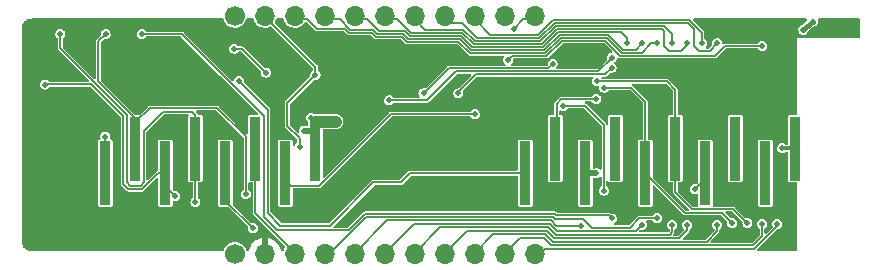
<source format=gbr>
%TF.GenerationSoftware,KiCad,Pcbnew,(6.0.8)*%
%TF.CreationDate,2023-01-02T13:08:22-05:00*%
%TF.ProjectId,WiFi-Devboard-Pro,57694669-2d44-4657-9662-6f6172642d50,rev?*%
%TF.SameCoordinates,Original*%
%TF.FileFunction,Copper,L2,Bot*%
%TF.FilePolarity,Positive*%
%FSLAX46Y46*%
G04 Gerber Fmt 4.6, Leading zero omitted, Abs format (unit mm)*
G04 Created by KiCad (PCBNEW (6.0.8)) date 2023-01-02 13:08:22*
%MOMM*%
%LPD*%
G01*
G04 APERTURE LIST*
%TA.AperFunction,ComponentPad*%
%ADD10C,1.700000*%
%TD*%
%TA.AperFunction,ComponentPad*%
%ADD11O,1.700000X1.700000*%
%TD*%
%TA.AperFunction,SMDPad,CuDef*%
%ADD12R,0.960000X5.440000*%
%TD*%
%TA.AperFunction,ViaPad*%
%ADD13C,0.500000*%
%TD*%
%TA.AperFunction,Conductor*%
%ADD14C,0.300000*%
%TD*%
%TA.AperFunction,Conductor*%
%ADD15C,0.400000*%
%TD*%
%TA.AperFunction,Conductor*%
%ADD16C,0.500000*%
%TD*%
%TA.AperFunction,Conductor*%
%ADD17C,0.200000*%
%TD*%
%TA.AperFunction,Conductor*%
%ADD18C,1.000000*%
%TD*%
%TA.AperFunction,Conductor*%
%ADD19C,0.127000*%
%TD*%
G04 APERTURE END LIST*
D10*
%TO.P,J4,1,Pin_1*%
%TO.N,GND*%
X129370000Y-109940000D03*
D11*
%TO.P,J4,2,Pin_2*%
%TO.N,+3V3*%
X131910000Y-109940000D03*
%TO.P,J4,3,Pin_3*%
%TO.N,FLP_GPIO_0*%
X134450000Y-109940000D03*
%TO.P,J4,4,Pin_4*%
%TO.N,GPIO05*%
X136990000Y-109940000D03*
%TO.P,J4,5,Pin_5*%
%TO.N,GPIO02*%
X139530000Y-109940000D03*
%TO.P,J4,6,Pin_6*%
%TO.N,GPIO17*%
X142070000Y-109940000D03*
%TO.P,J4,7,Pin_7*%
%TO.N,GPIO18*%
X144610000Y-109940000D03*
%TO.P,J4,8,Pin_8*%
%TO.N,GPIO19*%
X147150000Y-109940000D03*
%TO.P,J4,9,Pin_9*%
%TO.N,GPIO21*%
X149690000Y-109940000D03*
%TO.P,J4,10,Pin_10*%
%TO.N,GPIO22*%
X152230000Y-109940000D03*
%TO.P,J4,11,Pin_11*%
%TO.N,GPIO23*%
X154770000Y-109940000D03*
%TD*%
D10*
%TO.P,J5,1,Pin_1*%
%TO.N,GND*%
X129370000Y-89840000D03*
D11*
%TO.P,J5,2,Pin_2*%
%TO.N,+5V*%
X131910000Y-89840000D03*
%TO.P,J5,3,Pin_3*%
%TO.N,GPIO25*%
X134450000Y-89840000D03*
%TO.P,J5,4,Pin_4*%
%TO.N,GPIO26*%
X136990000Y-89840000D03*
%TO.P,J5,5,Pin_5*%
%TO.N,GPIO27*%
X139530000Y-89840000D03*
%TO.P,J5,6,Pin_6*%
%TO.N,GPIO32*%
X142070000Y-89840000D03*
%TO.P,J5,7,Pin_7*%
%TO.N,GPIO33*%
X144610000Y-89840000D03*
%TO.P,J5,8,Pin_8*%
%TO.N,GPIO34*%
X147150000Y-89840000D03*
%TO.P,J5,9,Pin_9*%
%TO.N,GPIO35*%
X149690000Y-89840000D03*
%TO.P,J5,10,Pin_10*%
%TO.N,RX*%
X152230000Y-89840000D03*
%TO.P,J5,11,Pin_11*%
%TO.N,TX*%
X154770000Y-89840000D03*
%TD*%
D12*
%TO.P,J3,1,Pin_1*%
%TO.N,+ext_3V3*%
X153970000Y-103140000D03*
%TO.P,J3,2,Pin_2*%
%TO.N,GPIO39*%
X156510000Y-101060000D03*
%TO.P,J3,3,Pin_3*%
%TO.N,GND*%
X159050000Y-103140000D03*
%TO.P,J3,4,Pin_4*%
%TO.N,GPIO36*%
X161590000Y-101060000D03*
%TO.P,J3,5,Pin_5*%
%TO.N,TX*%
X164130000Y-103140000D03*
%TO.P,J3,6,Pin_6*%
%TO.N,RX*%
X166670000Y-101060000D03*
%TO.P,J3,7,Pin_7*%
%TO.N,GPIO18*%
X169210000Y-103140000D03*
%TO.P,J3,8,Pin_8*%
%TO.N,GPIO017*%
X171750000Y-101060000D03*
%TO.P,J3,9,Pin_9*%
%TO.N,unconnected-(J3-Pad9)*%
X174290000Y-103140000D03*
%TO.P,J3,10,Pin_10*%
%TO.N,GND*%
X176830000Y-101060000D03*
%TD*%
%TO.P,J2,1,Pin_1*%
%TO.N,+ext_5V*%
X118410000Y-103140000D03*
%TO.P,J2,2,Pin_2*%
%TO.N,GPIO23*%
X120950000Y-101060000D03*
%TO.P,J2,3,Pin_3*%
%TO.N,GPIO19*%
X123490000Y-103140000D03*
%TO.P,J2,4,Pin_4*%
%TO.N,GPIO18*%
X126030000Y-101060000D03*
%TO.P,J2,5,Pin_5*%
%TO.N,GPIO05*%
X128570000Y-103140000D03*
%TO.P,J2,6,Pin_6*%
%TO.N,FLP_GPIO_0*%
X131110000Y-101060000D03*
%TO.P,J2,7,Pin_7*%
%TO.N,RESET*%
X133650000Y-103140000D03*
%TO.P,J2,8,Pin_8*%
%TO.N,GND*%
X136190000Y-101060000D03*
%TD*%
D13*
%TO.N,GND*%
X175720000Y-101025000D03*
X159980000Y-103140000D03*
X135840000Y-98440000D03*
X178300000Y-90300000D03*
X137940000Y-98780000D03*
X135250000Y-99530000D03*
X177500000Y-91000000D03*
%TO.N,RESET*%
X149690000Y-98140000D03*
X152510000Y-93550000D03*
X174020000Y-92360000D03*
%TO.N,+3V3*%
X141790000Y-105362500D03*
X181060000Y-91010000D03*
X137125000Y-101325000D03*
X148660000Y-104890000D03*
X153250000Y-99850000D03*
X141780000Y-103360000D03*
X143250000Y-103325000D03*
X125800000Y-96950000D03*
X144340000Y-92630000D03*
X154950000Y-103120000D03*
X132340000Y-93130000D03*
X134790000Y-93570000D03*
X147390000Y-92560000D03*
X151610000Y-93620000D03*
X116100000Y-91460000D03*
%TO.N,+5V*%
X134850000Y-100960000D03*
X136200000Y-94825000D03*
%TO.N,GPIO39*%
X159980000Y-96860000D03*
%TO.N,GPIO34*%
X170210000Y-92143500D03*
%TO.N,GPIO35*%
X168940000Y-92143500D03*
%TO.N,GPIO32*%
X167670000Y-92143500D03*
%TO.N,GPIO33*%
X166400000Y-92143500D03*
%TO.N,GPIO25*%
X165130000Y-92143500D03*
%TO.N,GPIO26*%
X163860000Y-92143500D03*
%TO.N,GPIO27*%
X162590000Y-92143500D03*
%TO.N,TMS*%
X142430000Y-96970000D03*
X161330000Y-93350000D03*
%TO.N,TDI*%
X161270000Y-94210000D03*
X148290000Y-96380000D03*
%TO.N,TCK*%
X145349143Y-96379143D03*
X156280000Y-93880000D03*
%TO.N,GPIO02*%
X158650000Y-107575000D03*
%TO.N,GPIO04*%
X161325000Y-106975000D03*
X121490000Y-91360000D03*
%TO.N,GPIO16*%
X157150000Y-97430000D03*
X160620000Y-104610000D03*
%TO.N,GPIO17*%
X163850000Y-107500000D03*
%TO.N,GPIO05*%
X130912240Y-107802240D03*
X165110000Y-106950000D03*
%TO.N,GPIO18*%
X168340000Y-104480000D03*
X114600000Y-91350000D03*
X166400000Y-107500000D03*
X126030000Y-105600000D03*
%TO.N,GPIO19*%
X113320000Y-95630000D03*
X167675000Y-107500000D03*
X124330000Y-105050000D03*
%TO.N,GPIO21*%
X170200000Y-107500000D03*
%TO.N,TX*%
X160650000Y-95900000D03*
X171480000Y-107380000D03*
X153000000Y-90900000D03*
%TO.N,RX*%
X160050000Y-95340000D03*
X172770000Y-107360000D03*
%TO.N,GPIO22*%
X174020000Y-107430000D03*
%TO.N,GPIO23*%
X175290000Y-107450000D03*
X130300000Y-104920000D03*
X118430000Y-91370000D03*
%TO.N,Net-(IC2-Pad1)*%
X131990000Y-94620000D03*
X129320000Y-92600000D03*
%TO.N,+ext_3V3*%
X129745000Y-95355000D03*
%TO.N,+ext_5V*%
X118410000Y-100035000D03*
%TD*%
D14*
%TO.N,GND*%
X135840000Y-98460000D02*
X136190000Y-98810000D01*
D15*
X178300000Y-90300000D02*
X178200000Y-90300000D01*
D14*
X136220000Y-98780000D02*
X136190000Y-98810000D01*
D16*
X136190000Y-101060000D02*
X136190000Y-99720000D01*
D15*
X178200000Y-90300000D02*
X177500000Y-91000000D01*
D16*
X136190000Y-99720000D02*
X136000000Y-99530000D01*
D14*
X175720000Y-101025000D02*
X176795000Y-101025000D01*
D17*
X176795000Y-101025000D02*
X176830000Y-101060000D01*
X136190000Y-101060000D02*
X136190000Y-98865000D01*
D14*
X136190000Y-98810000D02*
X136190000Y-98865000D01*
X135840000Y-98440000D02*
X135840000Y-98460000D01*
D17*
X136190000Y-98810000D02*
X136190000Y-101060000D01*
D16*
X159050000Y-103140000D02*
X159980000Y-103140000D01*
D18*
X137940000Y-98780000D02*
X136220000Y-98780000D01*
D16*
X136000000Y-99530000D02*
X135250000Y-99530000D01*
D17*
X159085000Y-103175000D02*
X159050000Y-103140000D01*
D19*
%TO.N,RESET*%
X152510000Y-93550000D02*
X152822400Y-93237600D01*
X133650000Y-103700000D02*
X133650000Y-103140000D01*
X134150000Y-104200000D02*
X133650000Y-103700000D01*
X170050000Y-93200000D02*
X170890000Y-92360000D01*
X136530000Y-104200000D02*
X134150000Y-104200000D01*
X157071516Y-91924080D02*
X160739977Y-91924080D01*
X152822400Y-93237600D02*
X155757993Y-93237600D01*
X149662500Y-98112500D02*
X142617500Y-98112500D01*
X142617500Y-98112500D02*
X136530000Y-104200000D01*
X155757993Y-93237600D02*
X157071516Y-91924080D01*
X170890000Y-92360000D02*
X174020000Y-92360000D01*
X160739977Y-91924080D02*
X162015897Y-93200000D01*
X149690000Y-98140000D02*
X149662500Y-98112500D01*
X162015897Y-93200000D02*
X170050000Y-93200000D01*
D17*
%TO.N,+3V3*%
X132340000Y-93130000D02*
X132780000Y-93570000D01*
X131665000Y-109840000D02*
X131910000Y-109840000D01*
X132780000Y-93570000D02*
X134790000Y-93570000D01*
%TO.N,+5V*%
X132209520Y-90139520D02*
X131910000Y-90139520D01*
X133810000Y-97215000D02*
X136200000Y-94825000D01*
X133810000Y-98050000D02*
X133810000Y-97215000D01*
X133810000Y-99160000D02*
X133810000Y-98050000D01*
X136200000Y-94825000D02*
X136200000Y-94130000D01*
X136200000Y-94130000D02*
X132209520Y-90139520D01*
X134850000Y-100960000D02*
X134850000Y-100200000D01*
X134850000Y-100200000D02*
X133810000Y-99160000D01*
D19*
%TO.N,GPIO39*%
X157000000Y-96860000D02*
X156610000Y-97250000D01*
X156610000Y-100960000D02*
X156510000Y-101060000D01*
X156610000Y-97250000D02*
X156610000Y-100960000D01*
X159980000Y-96860000D02*
X157000000Y-96860000D01*
%TO.N,GPIO34*%
X170210000Y-92143500D02*
X170196500Y-92143500D01*
X155128532Y-91710000D02*
X149870000Y-91710000D01*
X168670000Y-92780000D02*
X168280000Y-92390000D01*
X147486980Y-90440000D02*
X147150000Y-90103020D01*
X168280000Y-90933520D02*
X167740000Y-90393520D01*
X149870000Y-91710000D02*
X148600000Y-90440000D01*
X170196500Y-92143500D02*
X169560000Y-92780000D01*
X148600000Y-90440000D02*
X147486980Y-90440000D01*
X156445012Y-90393520D02*
X155128532Y-91710000D01*
X169560000Y-92780000D02*
X168670000Y-92780000D01*
X168280000Y-92390000D02*
X168280000Y-90933520D01*
X167740000Y-90393520D02*
X156445012Y-90393520D01*
%TO.N,GPIO35*%
X155050000Y-91430000D02*
X151016980Y-91430000D01*
X168940000Y-91230000D02*
X167850000Y-90140000D01*
X168940000Y-92143500D02*
X168940000Y-91230000D01*
X167850000Y-90140000D02*
X156340000Y-90140000D01*
X156340000Y-90140000D02*
X155050000Y-91430000D01*
X151016980Y-91430000D02*
X149690000Y-90103020D01*
%TO.N,GPIO32*%
X165730000Y-92370000D02*
X165730000Y-91140000D01*
X167160000Y-92770000D02*
X166130000Y-92770000D01*
X167670000Y-92260000D02*
X167160000Y-92770000D01*
X148625734Y-91254266D02*
X144265734Y-91254266D01*
X155336480Y-92223520D02*
X149594988Y-92223520D01*
X143114488Y-90103020D02*
X142070000Y-90103020D01*
X166130000Y-92770000D02*
X165730000Y-92370000D01*
X149594988Y-92223520D02*
X148625734Y-91254266D01*
X156650000Y-90910000D02*
X155336480Y-92223520D01*
X165500000Y-90910000D02*
X156650000Y-90910000D01*
X165730000Y-91140000D02*
X165500000Y-90910000D01*
X167670000Y-92143500D02*
X167670000Y-92260000D01*
X144265734Y-91254266D02*
X143114488Y-90103020D01*
%TO.N,GPIO33*%
X165687040Y-90647040D02*
X156550024Y-90647040D01*
X155227064Y-91970000D02*
X149700000Y-91970000D01*
X166400000Y-92143500D02*
X166400000Y-91360000D01*
X166400000Y-91360000D02*
X165687040Y-90647040D01*
X148730000Y-91000000D02*
X145506980Y-91000000D01*
X145506980Y-91000000D02*
X144610000Y-90103020D01*
X149700000Y-91970000D02*
X148730000Y-91000000D01*
X156550024Y-90647040D02*
X155227064Y-91970000D01*
%TO.N,GPIO25*%
X164646500Y-92143500D02*
X163846480Y-92943520D01*
X163846480Y-92943520D02*
X162117948Y-92943520D01*
X165130000Y-92143500D02*
X164646500Y-92143500D01*
X136300000Y-90900000D02*
X135503020Y-90103020D01*
X149263508Y-92984080D02*
X148300000Y-92020572D01*
X162117948Y-92943520D02*
X161969440Y-92795011D01*
X143928520Y-92020572D02*
X143518974Y-91611026D01*
X160844989Y-91670560D02*
X156966504Y-91670560D01*
X140966456Y-91243520D02*
X139034988Y-91243520D01*
X139034988Y-91243520D02*
X138691468Y-90900000D01*
X148300000Y-92020572D02*
X143928520Y-92020572D01*
X141333963Y-91611026D02*
X140966456Y-91243520D01*
X155652982Y-92984080D02*
X149263508Y-92984080D01*
X143518974Y-91611026D02*
X141333963Y-91611026D01*
X138691468Y-90900000D02*
X136300000Y-90900000D01*
X135503020Y-90103020D02*
X134450000Y-90103020D01*
X156966504Y-91670560D02*
X155652982Y-92984080D01*
X161969440Y-92795011D02*
X160844989Y-91670560D01*
%TO.N,GPIO26*%
X160950000Y-91417040D02*
X156861492Y-91417040D01*
X163860000Y-92150000D02*
X163320000Y-92690000D01*
X156861492Y-91417040D02*
X155547971Y-92730560D01*
X144033532Y-91767052D02*
X143620000Y-91353520D01*
X143620000Y-91353520D02*
X141434988Y-91353520D01*
X155547971Y-92730560D02*
X149384964Y-92730560D01*
X139140000Y-90990000D02*
X138253020Y-90103020D01*
X148421456Y-91767052D02*
X144033532Y-91767052D01*
X141071468Y-90990000D02*
X139140000Y-90990000D01*
X138253020Y-90103020D02*
X136990000Y-90103020D01*
X162222960Y-92690000D02*
X160950000Y-91417040D01*
X141434988Y-91353520D02*
X141071468Y-90990000D01*
X149384964Y-92730560D02*
X148421456Y-91767052D01*
X163860000Y-92143500D02*
X163860000Y-92150000D01*
X163320000Y-92690000D02*
X162222960Y-92690000D01*
%TO.N,GPIO27*%
X148526468Y-91513532D02*
X144166469Y-91513532D01*
X162590000Y-91690000D02*
X162063520Y-91163520D01*
X162063520Y-91163520D02*
X156756480Y-91163520D01*
X162590000Y-92143500D02*
X162590000Y-91690000D01*
X143752937Y-91100000D02*
X141540000Y-91100000D01*
X155442960Y-92477040D02*
X149489976Y-92477040D01*
X140543020Y-90103020D02*
X139530000Y-90103020D01*
X144166469Y-91513532D02*
X143752937Y-91100000D01*
X156756480Y-91163520D02*
X155442960Y-92477040D01*
X141540000Y-91100000D02*
X140543020Y-90103020D01*
X149489976Y-92477040D02*
X148526468Y-91513532D01*
%TO.N,TMS*%
X160160000Y-94520000D02*
X161330000Y-93350000D01*
X142430000Y-96970000D02*
X145660000Y-96970000D01*
X145660000Y-96970000D02*
X148110000Y-94520000D01*
X148110000Y-94520000D02*
X160160000Y-94520000D01*
%TO.N,TDI*%
X149756480Y-94773520D02*
X160706480Y-94773520D01*
X160706480Y-94773520D02*
X161270000Y-94210000D01*
X148290000Y-96380000D02*
X148290000Y-96240000D01*
X148290000Y-96240000D02*
X149756480Y-94773520D01*
%TO.N,TCK*%
X147468286Y-94260000D02*
X145349143Y-96379143D01*
X152118751Y-94266480D02*
X152112271Y-94260000D01*
X156280000Y-93880000D02*
X155893520Y-94266480D01*
X155893520Y-94266480D02*
X152118751Y-94266480D01*
X152112271Y-94260000D02*
X147468286Y-94260000D01*
%TO.N,GPIO02*%
X156599632Y-107575000D02*
X156149632Y-107125000D01*
X156149632Y-107125000D02*
X142295000Y-107125000D01*
X158650000Y-107575000D02*
X156599632Y-107575000D01*
X142295000Y-107125000D02*
X139530000Y-109890000D01*
%TO.N,GPIO04*%
X161060000Y-106710000D02*
X161325000Y-106975000D01*
X131840000Y-98300000D02*
X131840000Y-106855736D01*
X156444264Y-106570000D02*
X156584264Y-106710000D01*
X121490000Y-91360000D02*
X121500000Y-91350000D01*
X131840000Y-106855736D02*
X132959264Y-107975000D01*
X138995000Y-107975000D02*
X140400000Y-106570000D01*
X132959264Y-107975000D02*
X138995000Y-107975000D01*
X124890000Y-91350000D02*
X131840000Y-98300000D01*
X156584264Y-106710000D02*
X161060000Y-106710000D01*
X121500000Y-91350000D02*
X124890000Y-91350000D01*
X140400000Y-106570000D02*
X156444264Y-106570000D01*
%TO.N,GPIO16*%
X159000000Y-97430000D02*
X160620000Y-99050000D01*
X160620000Y-99050000D02*
X160620000Y-104610000D01*
X157150000Y-97430000D02*
X159000000Y-97430000D01*
%TO.N,GPIO17*%
X163299632Y-108050368D02*
X156647424Y-108050368D01*
X156022056Y-107425000D02*
X144535000Y-107425000D01*
X144535000Y-107425000D02*
X142070000Y-109890000D01*
X156647424Y-108050368D02*
X156022056Y-107425000D01*
X163850000Y-107500000D02*
X163299632Y-108050368D01*
%TO.N,GPIO05*%
X130912240Y-107802240D02*
X128570000Y-105460000D01*
X159569338Y-107750368D02*
X158868970Y-107050000D01*
X137683020Y-109676980D02*
X136990000Y-109676980D01*
X163610000Y-106950000D02*
X162809632Y-107750368D01*
X140490000Y-106870000D02*
X137683020Y-109676980D01*
X156500000Y-107050000D02*
X156320000Y-106870000D01*
X158868970Y-107050000D02*
X156500000Y-107050000D01*
X162809632Y-107750368D02*
X159569338Y-107750368D01*
X165110000Y-106950000D02*
X163610000Y-106950000D01*
X128570000Y-105460000D02*
X128570000Y-103140000D01*
X156320000Y-106870000D02*
X140490000Y-106870000D01*
%TO.N,GPIO18*%
X121400000Y-104200000D02*
X121680000Y-103920000D01*
X114600000Y-92574264D02*
X120200000Y-98174264D01*
X123305000Y-97925000D02*
X125775000Y-97925000D01*
X156523160Y-108350368D02*
X155897792Y-107725000D01*
X155897792Y-107725000D02*
X146775000Y-107725000D01*
X146775000Y-107725000D02*
X144610000Y-109890000D01*
X121680000Y-99550000D02*
X123305000Y-97925000D01*
X166400000Y-108125000D02*
X166174632Y-108350368D01*
X120200000Y-103925000D02*
X120475000Y-104200000D01*
X168340000Y-104480000D02*
X169210000Y-103610000D01*
X166174632Y-108350368D02*
X156523160Y-108350368D01*
X114600000Y-91350000D02*
X114600000Y-92574264D01*
X120200000Y-98174264D02*
X120200000Y-103925000D01*
X125775000Y-97925000D02*
X126030000Y-98180000D01*
X166400000Y-107500000D02*
X166400000Y-108125000D01*
X126030000Y-101060000D02*
X126030000Y-105600000D01*
X121680000Y-103920000D02*
X121680000Y-99550000D01*
X126030000Y-98180000D02*
X126030000Y-101060000D01*
X120475000Y-104200000D02*
X121400000Y-104200000D01*
X169210000Y-103610000D02*
X169210000Y-103140000D01*
%TO.N,GPIO19*%
X113320000Y-95630000D02*
X113325000Y-95625000D01*
X122884264Y-103140000D02*
X123490000Y-103140000D01*
X121524264Y-104500000D02*
X122884264Y-103140000D01*
X155773528Y-108025000D02*
X149015000Y-108025000D01*
X166999632Y-108650368D02*
X156398896Y-108650368D01*
X167675000Y-107975000D02*
X166999632Y-108650368D01*
X124330000Y-105050000D02*
X123490000Y-104210000D01*
X119900000Y-104049264D02*
X120350736Y-104500000D01*
X156398896Y-108650368D02*
X155773528Y-108025000D01*
X113325000Y-95625000D02*
X117226472Y-95625000D01*
X149015000Y-108025000D02*
X147150000Y-109890000D01*
X119900000Y-98298528D02*
X119900000Y-104049264D01*
X120350736Y-104500000D02*
X121524264Y-104500000D01*
X123490000Y-104210000D02*
X123490000Y-103140000D01*
X117226472Y-95625000D02*
X119900000Y-98298528D01*
X167675000Y-107500000D02*
X167675000Y-107975000D01*
%TO.N,GPIO21*%
X170200000Y-108075000D02*
X169324632Y-108950368D01*
X156274632Y-108950368D02*
X155649264Y-108325000D01*
X169324632Y-108950368D02*
X156274632Y-108950368D01*
X170200000Y-107500000D02*
X170200000Y-108075000D01*
X151255000Y-108325000D02*
X149690000Y-109890000D01*
X155649264Y-108325000D02*
X151255000Y-108325000D01*
%TO.N,TX*%
X171480000Y-107380000D02*
X171480000Y-107370000D01*
X153796980Y-90103020D02*
X154770000Y-90103020D01*
X170430000Y-106530000D02*
X167520000Y-106530000D01*
X162930000Y-95900000D02*
X164130000Y-97100000D01*
X167520000Y-106530000D02*
X164130000Y-103140000D01*
X160650000Y-95900000D02*
X162930000Y-95900000D01*
X170640000Y-106530000D02*
X170430000Y-106530000D01*
X153000000Y-90900000D02*
X153796980Y-90103020D01*
X171480000Y-107370000D02*
X170640000Y-106530000D01*
X164130000Y-97100000D02*
X164130000Y-103140000D01*
%TO.N,RX*%
X165970000Y-95360000D02*
X166670000Y-96060000D01*
X160050000Y-95340000D02*
X160070000Y-95360000D01*
X168110000Y-106180000D02*
X166670000Y-104740000D01*
X166670000Y-104740000D02*
X166670000Y-101060000D01*
X171590000Y-106180000D02*
X168110000Y-106180000D01*
X160070000Y-95360000D02*
X165970000Y-95360000D01*
X172770000Y-107360000D02*
X171590000Y-106180000D01*
X166670000Y-96060000D02*
X166670000Y-101060000D01*
%TO.N,GPIO22*%
X153495000Y-108625000D02*
X152230000Y-109890000D01*
X174020000Y-108455736D02*
X174020000Y-107430000D01*
X173225368Y-109250368D02*
X156150368Y-109250368D01*
X156150368Y-109250368D02*
X155525000Y-108625000D01*
X174020000Y-108455736D02*
X173225368Y-109250368D01*
X155525000Y-108625000D02*
X153495000Y-108625000D01*
%TO.N,GPIO23*%
X173350000Y-109550000D02*
X175290000Y-107610000D01*
X120950000Y-98825000D02*
X120950000Y-101060000D01*
X155600000Y-109550000D02*
X155310020Y-109839980D01*
X173350000Y-109550000D02*
X155600000Y-109550000D01*
X122150000Y-97625000D02*
X120950000Y-98825000D01*
X155310020Y-109839980D02*
X154770000Y-109839980D01*
X130300000Y-100025000D02*
X127900000Y-97625000D01*
X120950000Y-98500000D02*
X120950000Y-101060000D01*
X127900000Y-97625000D02*
X122150000Y-97625000D01*
X175290000Y-107610000D02*
X175290000Y-107450000D01*
X117825000Y-95375000D02*
X120950000Y-98500000D01*
X117825000Y-91975000D02*
X117825000Y-95375000D01*
X130300000Y-104920000D02*
X130300000Y-100025000D01*
X118430000Y-91370000D02*
X117825000Y-91975000D01*
%TO.N,Net-(IC2-Pad1)*%
X129970000Y-92600000D02*
X131990000Y-94620000D01*
X129320000Y-92600000D02*
X129970000Y-92600000D01*
D17*
%TO.N,+ext_3V3*%
X132150000Y-97760000D02*
X132150000Y-106530000D01*
X129745000Y-95355000D02*
X132150000Y-97760000D01*
X141100000Y-103925000D02*
X143425000Y-103925000D01*
X133210000Y-107590000D02*
X137435000Y-107590000D01*
X132150000Y-106530000D02*
X133210000Y-107590000D01*
X143425000Y-103925000D02*
X144210000Y-103140000D01*
X137435000Y-107590000D02*
X141100000Y-103925000D01*
X144210000Y-103140000D02*
X153970000Y-103140000D01*
%TO.N,+ext_5V*%
X118410000Y-103140000D02*
X118410000Y-100035000D01*
X118410000Y-100035000D02*
X118400000Y-100025000D01*
D19*
%TO.N,FLP_GPIO_0*%
X131110000Y-101060000D02*
X131110000Y-106550000D01*
X131110000Y-106550000D02*
X134450000Y-109890000D01*
%TD*%
%TA.AperFunction,Conductor*%
%TO.N,+3V3*%
G36*
X128394145Y-90059407D02*
G01*
X128431119Y-90112212D01*
X128438675Y-90138562D01*
X128456746Y-90201583D01*
X128483641Y-90253915D01*
X128533439Y-90350812D01*
X128544370Y-90372082D01*
X128663443Y-90522314D01*
X128809428Y-90646557D01*
X128813651Y-90648917D01*
X128813655Y-90648920D01*
X128902683Y-90698676D01*
X128976765Y-90740079D01*
X128981363Y-90741573D01*
X129154476Y-90797821D01*
X129154478Y-90797822D01*
X129159081Y-90799317D01*
X129349430Y-90822015D01*
X129354252Y-90821644D01*
X129354255Y-90821644D01*
X129535734Y-90807680D01*
X129535739Y-90807679D01*
X129540562Y-90807308D01*
X129725199Y-90755756D01*
X129729618Y-90753524D01*
X129891984Y-90671507D01*
X129891986Y-90671506D01*
X129896305Y-90669324D01*
X129911054Y-90657801D01*
X130043550Y-90554284D01*
X130043552Y-90554282D01*
X130047365Y-90551303D01*
X130050521Y-90547647D01*
X130050526Y-90547642D01*
X130143649Y-90439757D01*
X130172624Y-90406189D01*
X130258456Y-90255098D01*
X130264923Y-90243715D01*
X130264924Y-90243712D01*
X130267312Y-90239509D01*
X130270445Y-90230093D01*
X130310976Y-90108251D01*
X130347285Y-90059003D01*
X130404915Y-90040500D01*
X130875954Y-90040500D01*
X130934145Y-90059407D01*
X130971119Y-90112212D01*
X130978675Y-90138562D01*
X130996746Y-90201583D01*
X131023641Y-90253915D01*
X131073439Y-90350812D01*
X131084370Y-90372082D01*
X131203443Y-90522314D01*
X131349428Y-90646557D01*
X131353651Y-90648917D01*
X131353655Y-90648920D01*
X131442683Y-90698676D01*
X131516765Y-90740079D01*
X131521363Y-90741573D01*
X131694476Y-90797821D01*
X131694478Y-90797822D01*
X131699081Y-90799317D01*
X131889430Y-90822015D01*
X131894252Y-90821644D01*
X131894255Y-90821644D01*
X132075734Y-90807680D01*
X132075739Y-90807679D01*
X132080562Y-90807308D01*
X132265199Y-90755756D01*
X132332337Y-90721842D01*
X132359905Y-90707917D01*
X132420371Y-90698557D01*
X132474546Y-90726279D01*
X134209114Y-92460848D01*
X135943504Y-94195238D01*
X135971281Y-94249755D01*
X135972500Y-94265242D01*
X135972500Y-94411159D01*
X135953593Y-94469350D01*
X135943504Y-94481163D01*
X135852292Y-94572375D01*
X135848754Y-94579319D01*
X135848753Y-94579320D01*
X135794782Y-94685243D01*
X135791244Y-94692187D01*
X135770209Y-94825000D01*
X135771428Y-94832697D01*
X135777092Y-94868461D01*
X135767520Y-94928893D01*
X135749315Y-94953951D01*
X133655157Y-97048109D01*
X133651397Y-97051676D01*
X133633169Y-97068089D01*
X133621837Y-97078292D01*
X133612619Y-97098996D01*
X133605207Y-97112647D01*
X133598532Y-97122924D01*
X133598531Y-97122927D01*
X133592866Y-97131650D01*
X133591239Y-97141925D01*
X133588387Y-97149354D01*
X133586733Y-97157136D01*
X133582500Y-97166643D01*
X133582500Y-97189309D01*
X133581281Y-97204796D01*
X133579657Y-97215051D01*
X133577737Y-97227172D01*
X133580430Y-97237221D01*
X133580868Y-97245583D01*
X133582500Y-97257983D01*
X133582500Y-99151471D01*
X133582364Y-99156652D01*
X133580826Y-99185993D01*
X133580826Y-99185995D01*
X133580282Y-99196384D01*
X133584010Y-99206096D01*
X133584010Y-99206097D01*
X133588404Y-99217544D01*
X133592814Y-99232433D01*
X133597526Y-99254600D01*
X133603642Y-99263019D01*
X133606878Y-99270286D01*
X133611211Y-99276958D01*
X133614940Y-99286673D01*
X133630964Y-99302697D01*
X133641053Y-99314510D01*
X133654372Y-99332842D01*
X133663388Y-99338048D01*
X133669614Y-99343653D01*
X133679525Y-99351258D01*
X134593504Y-100265238D01*
X134621281Y-100319755D01*
X134622500Y-100335242D01*
X134622500Y-100546159D01*
X134603593Y-100604350D01*
X134593504Y-100616163D01*
X134502292Y-100707375D01*
X134498754Y-100714319D01*
X134498753Y-100714320D01*
X134444709Y-100820387D01*
X134401445Y-100863652D01*
X134341013Y-100873223D01*
X134286496Y-100845445D01*
X134258719Y-100790929D01*
X134257500Y-100775442D01*
X134257500Y-100407442D01*
X134250102Y-100370252D01*
X134221922Y-100328078D01*
X134179748Y-100299898D01*
X134170187Y-100297996D01*
X134147320Y-100293447D01*
X134147317Y-100293447D01*
X134142558Y-100292500D01*
X133157442Y-100292500D01*
X133152683Y-100293447D01*
X133152680Y-100293447D01*
X133129813Y-100297996D01*
X133120252Y-100299898D01*
X133078078Y-100328078D01*
X133049898Y-100370252D01*
X133042500Y-100407442D01*
X133042500Y-105872558D01*
X133049898Y-105909748D01*
X133078078Y-105951922D01*
X133120252Y-105980102D01*
X133129813Y-105982004D01*
X133152680Y-105986553D01*
X133152683Y-105986553D01*
X133157442Y-105987500D01*
X134142558Y-105987500D01*
X134147317Y-105986553D01*
X134147320Y-105986553D01*
X134170187Y-105982004D01*
X134179748Y-105980102D01*
X134221922Y-105951922D01*
X134250102Y-105909748D01*
X134257500Y-105872558D01*
X134257500Y-104490000D01*
X134276407Y-104431809D01*
X134325907Y-104395845D01*
X134356500Y-104391000D01*
X136492052Y-104391000D01*
X136498460Y-104391364D01*
X136507822Y-104394652D01*
X136535185Y-104391607D01*
X136545828Y-104391017D01*
X136545979Y-104391000D01*
X136551533Y-104391000D01*
X136556951Y-104389764D01*
X136557495Y-104389703D01*
X136567485Y-104388013D01*
X136594429Y-104385014D01*
X136603003Y-104379647D01*
X136604098Y-104379332D01*
X136605095Y-104378783D01*
X136614959Y-104376532D01*
X136636152Y-104359644D01*
X136644632Y-104353640D01*
X136644963Y-104353377D01*
X136649711Y-104350404D01*
X136653671Y-104346444D01*
X136653882Y-104346276D01*
X136661783Y-104339219D01*
X136674391Y-104329172D01*
X136683109Y-104322225D01*
X136687478Y-104313167D01*
X136691945Y-104308170D01*
X139678708Y-101321407D01*
X142667618Y-98332496D01*
X142722135Y-98304719D01*
X142737622Y-98303500D01*
X149236214Y-98303500D01*
X149294405Y-98322407D01*
X149324421Y-98357551D01*
X149342292Y-98392625D01*
X149437375Y-98487708D01*
X149444319Y-98491246D01*
X149444320Y-98491247D01*
X149494117Y-98516620D01*
X149557187Y-98548756D01*
X149564882Y-98549975D01*
X149564883Y-98549975D01*
X149682303Y-98568572D01*
X149690000Y-98569791D01*
X149697697Y-98568572D01*
X149815117Y-98549975D01*
X149815118Y-98549975D01*
X149822813Y-98548756D01*
X149885883Y-98516620D01*
X149935680Y-98491247D01*
X149935681Y-98491246D01*
X149942625Y-98487708D01*
X150037708Y-98392625D01*
X150055578Y-98357555D01*
X150095218Y-98279757D01*
X150095218Y-98279756D01*
X150098756Y-98272813D01*
X150108159Y-98213447D01*
X150118572Y-98147697D01*
X150119791Y-98140000D01*
X150113141Y-98098013D01*
X150099975Y-98014883D01*
X150099975Y-98014882D01*
X150098756Y-98007187D01*
X150067372Y-97945593D01*
X150041247Y-97894320D01*
X150041246Y-97894319D01*
X150037708Y-97887375D01*
X149942625Y-97792292D01*
X149935681Y-97788754D01*
X149935680Y-97788753D01*
X149829757Y-97734782D01*
X149829756Y-97734782D01*
X149822813Y-97731244D01*
X149815118Y-97730025D01*
X149815117Y-97730025D01*
X149697697Y-97711428D01*
X149690000Y-97710209D01*
X149682303Y-97711428D01*
X149564883Y-97730025D01*
X149564882Y-97730025D01*
X149557187Y-97731244D01*
X149550244Y-97734782D01*
X149550243Y-97734782D01*
X149444320Y-97788753D01*
X149444319Y-97788754D01*
X149437375Y-97792292D01*
X149342292Y-97887375D01*
X149341097Y-97886180D01*
X149299160Y-97916653D01*
X149268562Y-97921500D01*
X142655448Y-97921500D01*
X142649040Y-97921136D01*
X142639678Y-97917848D01*
X142612316Y-97920893D01*
X142601672Y-97921483D01*
X142601521Y-97921500D01*
X142595967Y-97921500D01*
X142590549Y-97922736D01*
X142590005Y-97922797D01*
X142580015Y-97924487D01*
X142553071Y-97927486D01*
X142544497Y-97932853D01*
X142543402Y-97933168D01*
X142542405Y-97933717D01*
X142532541Y-97935968D01*
X142523823Y-97942915D01*
X142511351Y-97952854D01*
X142502868Y-97958860D01*
X142502537Y-97959123D01*
X142497789Y-97962096D01*
X142493829Y-97966056D01*
X142493618Y-97966224D01*
X142485718Y-97973280D01*
X142464391Y-97990275D01*
X142460022Y-97999333D01*
X142455555Y-98004330D01*
X136966504Y-103493381D01*
X136911987Y-103521158D01*
X136851555Y-103511587D01*
X136808290Y-103468322D01*
X136797500Y-103423377D01*
X136797500Y-99506500D01*
X136816407Y-99448309D01*
X136865907Y-99412345D01*
X136896500Y-99407500D01*
X137979476Y-99407500D01*
X138067452Y-99396386D01*
X138091112Y-99393397D01*
X138091113Y-99393397D01*
X138097293Y-99392616D01*
X138244703Y-99334253D01*
X138372967Y-99241063D01*
X138474026Y-99118903D01*
X138541531Y-98975449D01*
X138571239Y-98819714D01*
X138561284Y-98661484D01*
X138531095Y-98568572D01*
X138514215Y-98516620D01*
X138514214Y-98516617D01*
X138512291Y-98510700D01*
X138508958Y-98505447D01*
X138508956Y-98505444D01*
X138444047Y-98403164D01*
X138427340Y-98376838D01*
X138422803Y-98372578D01*
X138422801Y-98372575D01*
X138316310Y-98272573D01*
X138316309Y-98272572D01*
X138311767Y-98268307D01*
X138259265Y-98239444D01*
X138178292Y-98194928D01*
X138178288Y-98194927D01*
X138172834Y-98191928D01*
X138019272Y-98152500D01*
X136193841Y-98152500D01*
X136135650Y-98133593D01*
X136123837Y-98123504D01*
X136092625Y-98092292D01*
X136085681Y-98088754D01*
X136085680Y-98088753D01*
X135979757Y-98034782D01*
X135979756Y-98034782D01*
X135972813Y-98031244D01*
X135965118Y-98030025D01*
X135965117Y-98030025D01*
X135847697Y-98011428D01*
X135840000Y-98010209D01*
X135832303Y-98011428D01*
X135714883Y-98030025D01*
X135714882Y-98030025D01*
X135707187Y-98031244D01*
X135700244Y-98034782D01*
X135700243Y-98034782D01*
X135594320Y-98088753D01*
X135594319Y-98088754D01*
X135587375Y-98092292D01*
X135492292Y-98187375D01*
X135488754Y-98194319D01*
X135488753Y-98194320D01*
X135444002Y-98282148D01*
X135431244Y-98307187D01*
X135430025Y-98314882D01*
X135430025Y-98314883D01*
X135423267Y-98357555D01*
X135410209Y-98440000D01*
X135411428Y-98447697D01*
X135421407Y-98510700D01*
X135431244Y-98572813D01*
X135434782Y-98579756D01*
X135434782Y-98579757D01*
X135476425Y-98661484D01*
X135492292Y-98692625D01*
X135553504Y-98753837D01*
X135581281Y-98808354D01*
X135582500Y-98823841D01*
X135582500Y-99053500D01*
X135563593Y-99111691D01*
X135514093Y-99147655D01*
X135483500Y-99152500D01*
X135467925Y-99152500D01*
X135422980Y-99141710D01*
X135389753Y-99124780D01*
X135389752Y-99124780D01*
X135382813Y-99121244D01*
X135375120Y-99120026D01*
X135375118Y-99120025D01*
X135257697Y-99101428D01*
X135250000Y-99100209D01*
X135242303Y-99101428D01*
X135124883Y-99120025D01*
X135124882Y-99120025D01*
X135117187Y-99121244D01*
X135110244Y-99124782D01*
X135110243Y-99124782D01*
X135004320Y-99178753D01*
X135004319Y-99178754D01*
X134997375Y-99182292D01*
X134902292Y-99277375D01*
X134898754Y-99284319D01*
X134898753Y-99284320D01*
X134868521Y-99343653D01*
X134841244Y-99397187D01*
X134820209Y-99530000D01*
X134831315Y-99600119D01*
X134832479Y-99607469D01*
X134822908Y-99667901D01*
X134779643Y-99711166D01*
X134719211Y-99720737D01*
X134664694Y-99692960D01*
X134066496Y-99094762D01*
X134038719Y-99040245D01*
X134037500Y-99024758D01*
X134037500Y-97350241D01*
X134056407Y-97292050D01*
X134066496Y-97280237D01*
X136071049Y-95275685D01*
X136125566Y-95247908D01*
X136156539Y-95247908D01*
X136192303Y-95253572D01*
X136200000Y-95254791D01*
X136207697Y-95253572D01*
X136325117Y-95234975D01*
X136325118Y-95234975D01*
X136332813Y-95233756D01*
X136339757Y-95230218D01*
X136445680Y-95176247D01*
X136445681Y-95176246D01*
X136452625Y-95172708D01*
X136547708Y-95077625D01*
X136561891Y-95049791D01*
X136605218Y-94964757D01*
X136605218Y-94964756D01*
X136608756Y-94957813D01*
X136611086Y-94943105D01*
X136628572Y-94832697D01*
X136629791Y-94825000D01*
X136608756Y-94692187D01*
X136605218Y-94685243D01*
X136551247Y-94579320D01*
X136551246Y-94579319D01*
X136547708Y-94572375D01*
X136456496Y-94481163D01*
X136428719Y-94426646D01*
X136427500Y-94411159D01*
X136427500Y-94138541D01*
X136427636Y-94133359D01*
X136428295Y-94120781D01*
X136429719Y-94093616D01*
X136421595Y-94072452D01*
X136417188Y-94057576D01*
X136412474Y-94035400D01*
X136406357Y-94026980D01*
X136403119Y-94019709D01*
X136398788Y-94013040D01*
X136395060Y-94003327D01*
X136379036Y-93987303D01*
X136368947Y-93975490D01*
X136361745Y-93965578D01*
X136355628Y-93957158D01*
X136346612Y-93951952D01*
X136340386Y-93946347D01*
X136330475Y-93938742D01*
X132796854Y-90405120D01*
X132769077Y-90350603D01*
X132780779Y-90286215D01*
X132783057Y-90282206D01*
X132807312Y-90239509D01*
X132810445Y-90230093D01*
X132850976Y-90108251D01*
X132887285Y-90059003D01*
X132944915Y-90040500D01*
X133415954Y-90040500D01*
X133474145Y-90059407D01*
X133511119Y-90112212D01*
X133518675Y-90138562D01*
X133536746Y-90201583D01*
X133563641Y-90253915D01*
X133613439Y-90350812D01*
X133624370Y-90372082D01*
X133743443Y-90522314D01*
X133889428Y-90646557D01*
X133893651Y-90648917D01*
X133893655Y-90648920D01*
X133982683Y-90698676D01*
X134056765Y-90740079D01*
X134061363Y-90741573D01*
X134234476Y-90797821D01*
X134234478Y-90797822D01*
X134239081Y-90799317D01*
X134429430Y-90822015D01*
X134434252Y-90821644D01*
X134434255Y-90821644D01*
X134615734Y-90807680D01*
X134615739Y-90807679D01*
X134620562Y-90807308D01*
X134805199Y-90755756D01*
X134809618Y-90753524D01*
X134971984Y-90671507D01*
X134971986Y-90671506D01*
X134976305Y-90669324D01*
X134991054Y-90657801D01*
X135123550Y-90554284D01*
X135123552Y-90554282D01*
X135127365Y-90551303D01*
X135130521Y-90547647D01*
X135130526Y-90547642D01*
X135223649Y-90439757D01*
X135252624Y-90406189D01*
X135255019Y-90401974D01*
X135269844Y-90375876D01*
X135287884Y-90344120D01*
X135333067Y-90302862D01*
X135373964Y-90294020D01*
X135382897Y-90294020D01*
X135441088Y-90312927D01*
X135452901Y-90323016D01*
X136138109Y-91008224D01*
X136142383Y-91013013D01*
X136146678Y-91021958D01*
X136155382Y-91028919D01*
X136155383Y-91028920D01*
X136168178Y-91039152D01*
X136176122Y-91046261D01*
X136176241Y-91046356D01*
X136180169Y-91050284D01*
X136184878Y-91053244D01*
X136185311Y-91053589D01*
X136193566Y-91059456D01*
X136206024Y-91069419D01*
X136206026Y-91069420D01*
X136214733Y-91076383D01*
X136224591Y-91078650D01*
X136225590Y-91079203D01*
X136226684Y-91079519D01*
X136235248Y-91084902D01*
X136259230Y-91087613D01*
X136262174Y-91087946D01*
X136272411Y-91089696D01*
X136272837Y-91089744D01*
X136278297Y-91091000D01*
X136283902Y-91091000D01*
X136284184Y-91091032D01*
X136294735Y-91091627D01*
X136321838Y-91094691D01*
X136331335Y-91091374D01*
X136338031Y-91091000D01*
X138571345Y-91091000D01*
X138629536Y-91109907D01*
X138641349Y-91119996D01*
X138873097Y-91351744D01*
X138877371Y-91356533D01*
X138881666Y-91365478D01*
X138890370Y-91372439D01*
X138890371Y-91372440D01*
X138903166Y-91382672D01*
X138911110Y-91389781D01*
X138911229Y-91389876D01*
X138915157Y-91393804D01*
X138919866Y-91396764D01*
X138920299Y-91397109D01*
X138928554Y-91402976D01*
X138941012Y-91412939D01*
X138941014Y-91412940D01*
X138949721Y-91419903D01*
X138959579Y-91422170D01*
X138960578Y-91422723D01*
X138961672Y-91423039D01*
X138970236Y-91428422D01*
X138997186Y-91431469D01*
X139007417Y-91433219D01*
X139007832Y-91433266D01*
X139013285Y-91434520D01*
X139018885Y-91434520D01*
X139019158Y-91434551D01*
X139029724Y-91435147D01*
X139056827Y-91438211D01*
X139066324Y-91434894D01*
X139073020Y-91434520D01*
X140846334Y-91434520D01*
X140904525Y-91453427D01*
X140916337Y-91463516D01*
X141172067Y-91719245D01*
X141176346Y-91724039D01*
X141180641Y-91732984D01*
X141189345Y-91739945D01*
X141189346Y-91739946D01*
X141202141Y-91750178D01*
X141210090Y-91757291D01*
X141210204Y-91757382D01*
X141214132Y-91761310D01*
X141218833Y-91764265D01*
X141219265Y-91764609D01*
X141227532Y-91770484D01*
X141230877Y-91773159D01*
X141248696Y-91787409D01*
X141258554Y-91789676D01*
X141259552Y-91790229D01*
X141260647Y-91790546D01*
X141269212Y-91795928D01*
X141286659Y-91797900D01*
X141296143Y-91798973D01*
X141306403Y-91800726D01*
X141306805Y-91800772D01*
X141312260Y-91802026D01*
X141317859Y-91802026D01*
X141318132Y-91802057D01*
X141328699Y-91802653D01*
X141355802Y-91805717D01*
X141365299Y-91802400D01*
X141371995Y-91802026D01*
X143398851Y-91802026D01*
X143457042Y-91820933D01*
X143468855Y-91831022D01*
X143766629Y-92128796D01*
X143770903Y-92133585D01*
X143775198Y-92142530D01*
X143783902Y-92149491D01*
X143783903Y-92149492D01*
X143796698Y-92159724D01*
X143804642Y-92166833D01*
X143804761Y-92166928D01*
X143808689Y-92170856D01*
X143813398Y-92173816D01*
X143813831Y-92174161D01*
X143822086Y-92180028D01*
X143834544Y-92189991D01*
X143834546Y-92189992D01*
X143843253Y-92196955D01*
X143853111Y-92199222D01*
X143854110Y-92199775D01*
X143855204Y-92200091D01*
X143863768Y-92205474D01*
X143890718Y-92208521D01*
X143900949Y-92210271D01*
X143901364Y-92210318D01*
X143906817Y-92211572D01*
X143912417Y-92211572D01*
X143912690Y-92211603D01*
X143923256Y-92212199D01*
X143950359Y-92215263D01*
X143959856Y-92211946D01*
X143966552Y-92211572D01*
X148179877Y-92211572D01*
X148238068Y-92230479D01*
X148249881Y-92240568D01*
X149101613Y-93092299D01*
X149105890Y-93097092D01*
X149110186Y-93106038D01*
X149118890Y-93112999D01*
X149118891Y-93113000D01*
X149131691Y-93123236D01*
X149139633Y-93130343D01*
X149139752Y-93130438D01*
X149143677Y-93134363D01*
X149148379Y-93137318D01*
X149148816Y-93137667D01*
X149157065Y-93143529D01*
X149169532Y-93153499D01*
X149169534Y-93153500D01*
X149178241Y-93160463D01*
X149188100Y-93162730D01*
X149189097Y-93163282D01*
X149190190Y-93163598D01*
X149198756Y-93168982D01*
X149225682Y-93172025D01*
X149235919Y-93173776D01*
X149236345Y-93173824D01*
X149241805Y-93175080D01*
X149247409Y-93175080D01*
X149247691Y-93175112D01*
X149258240Y-93175706D01*
X149274269Y-93177518D01*
X149274270Y-93177518D01*
X149285346Y-93178770D01*
X149294841Y-93175454D01*
X149301538Y-93175080D01*
X152063052Y-93175080D01*
X152121243Y-93193987D01*
X152157207Y-93243487D01*
X152157207Y-93304673D01*
X152151265Y-93319017D01*
X152101244Y-93417187D01*
X152100025Y-93424882D01*
X152100025Y-93424883D01*
X152099053Y-93431019D01*
X152080209Y-93550000D01*
X152101244Y-93682813D01*
X152104782Y-93689756D01*
X152104782Y-93689757D01*
X152134045Y-93747187D01*
X152162292Y-93802625D01*
X152257375Y-93897708D01*
X152259303Y-93898690D01*
X152293594Y-93945884D01*
X152293596Y-94007069D01*
X152257634Y-94056571D01*
X152199440Y-94075480D01*
X152185977Y-94075480D01*
X152174857Y-94074853D01*
X152150098Y-94072054D01*
X152139860Y-94070304D01*
X152139434Y-94070256D01*
X152133974Y-94069000D01*
X152128369Y-94069000D01*
X152128087Y-94068968D01*
X152117536Y-94068373D01*
X152116783Y-94068288D01*
X152090433Y-94065309D01*
X152080936Y-94068626D01*
X152074240Y-94069000D01*
X147506244Y-94069000D01*
X147499828Y-94068635D01*
X147490464Y-94065347D01*
X147463091Y-94068393D01*
X147452466Y-94068982D01*
X147452306Y-94069000D01*
X147446753Y-94069000D01*
X147441340Y-94070235D01*
X147440786Y-94070297D01*
X147430804Y-94071986D01*
X147403857Y-94074985D01*
X147395283Y-94080353D01*
X147394190Y-94080667D01*
X147393191Y-94081218D01*
X147383327Y-94083468D01*
X147370592Y-94093616D01*
X147362134Y-94100356D01*
X147353645Y-94106367D01*
X147353323Y-94106623D01*
X147348575Y-94109596D01*
X147344618Y-94113553D01*
X147344407Y-94113721D01*
X147336504Y-94120780D01*
X147315177Y-94137775D01*
X147310808Y-94146833D01*
X147306341Y-94151830D01*
X145522655Y-95935516D01*
X145468138Y-95963293D01*
X145437165Y-95963293D01*
X145349143Y-95949352D01*
X145341446Y-95950571D01*
X145224026Y-95969168D01*
X145224025Y-95969168D01*
X145216330Y-95970387D01*
X145209387Y-95973925D01*
X145209386Y-95973925D01*
X145103463Y-96027896D01*
X145103462Y-96027897D01*
X145096518Y-96031435D01*
X145001435Y-96126518D01*
X144997897Y-96133462D01*
X144997896Y-96133463D01*
X144961124Y-96205631D01*
X144940387Y-96246330D01*
X144939168Y-96254025D01*
X144939168Y-96254026D01*
X144939032Y-96254883D01*
X144919352Y-96379143D01*
X144920571Y-96386840D01*
X144921216Y-96390909D01*
X144940387Y-96511956D01*
X144943925Y-96518899D01*
X144943925Y-96518900D01*
X145001435Y-96631768D01*
X144999297Y-96632858D01*
X145014614Y-96680003D01*
X144995705Y-96738193D01*
X144946204Y-96774155D01*
X144915614Y-96779000D01*
X142869775Y-96779000D01*
X142811584Y-96760093D01*
X142786185Y-96730355D01*
X142785823Y-96730618D01*
X142782487Y-96726026D01*
X142781567Y-96724949D01*
X142777708Y-96717375D01*
X142682625Y-96622292D01*
X142675681Y-96618754D01*
X142675680Y-96618753D01*
X142569757Y-96564782D01*
X142569756Y-96564782D01*
X142562813Y-96561244D01*
X142555118Y-96560025D01*
X142555117Y-96560025D01*
X142437697Y-96541428D01*
X142430000Y-96540209D01*
X142422303Y-96541428D01*
X142304883Y-96560025D01*
X142304882Y-96560025D01*
X142297187Y-96561244D01*
X142290244Y-96564782D01*
X142290243Y-96564782D01*
X142184320Y-96618753D01*
X142184319Y-96618754D01*
X142177375Y-96622292D01*
X142082292Y-96717375D01*
X142078754Y-96724319D01*
X142078753Y-96724320D01*
X142068935Y-96743589D01*
X142021244Y-96837187D01*
X142000209Y-96970000D01*
X142001428Y-96977697D01*
X142016258Y-97071329D01*
X142021244Y-97102813D01*
X142024782Y-97109756D01*
X142024782Y-97109757D01*
X142076495Y-97211247D01*
X142082292Y-97222625D01*
X142177375Y-97317708D01*
X142184319Y-97321246D01*
X142184320Y-97321247D01*
X142290243Y-97375218D01*
X142297187Y-97378756D01*
X142304882Y-97379975D01*
X142304883Y-97379975D01*
X142422303Y-97398572D01*
X142430000Y-97399791D01*
X142437697Y-97398572D01*
X142555117Y-97379975D01*
X142555118Y-97379975D01*
X142562813Y-97378756D01*
X142569757Y-97375218D01*
X142675680Y-97321247D01*
X142675681Y-97321246D01*
X142682625Y-97317708D01*
X142777708Y-97222625D01*
X142781567Y-97215051D01*
X142782069Y-97214549D01*
X142785823Y-97209382D01*
X142786642Y-97209977D01*
X142824833Y-97171789D01*
X142869775Y-97161000D01*
X145622052Y-97161000D01*
X145628460Y-97161364D01*
X145637822Y-97164652D01*
X145665185Y-97161607D01*
X145675828Y-97161017D01*
X145675979Y-97161000D01*
X145681533Y-97161000D01*
X145686951Y-97159764D01*
X145687495Y-97159703D01*
X145697485Y-97158013D01*
X145724429Y-97155014D01*
X145733003Y-97149647D01*
X145734098Y-97149332D01*
X145735095Y-97148783D01*
X145744959Y-97146532D01*
X145766152Y-97129644D01*
X145774632Y-97123640D01*
X145774963Y-97123377D01*
X145779711Y-97120404D01*
X145783671Y-97116444D01*
X145783882Y-97116276D01*
X145791783Y-97109219D01*
X145796597Y-97105383D01*
X145813109Y-97092225D01*
X145817478Y-97083167D01*
X145821945Y-97078170D01*
X146984504Y-95915611D01*
X148160118Y-94739996D01*
X148214635Y-94712219D01*
X148230122Y-94711000D01*
X149309877Y-94711000D01*
X149368068Y-94729907D01*
X149404032Y-94779407D01*
X149404032Y-94840593D01*
X149379881Y-94880004D01*
X148336124Y-95923761D01*
X148281607Y-95951538D01*
X148164883Y-95970025D01*
X148164882Y-95970025D01*
X148157187Y-95971244D01*
X148150244Y-95974782D01*
X148150243Y-95974782D01*
X148044320Y-96028753D01*
X148044319Y-96028754D01*
X148037375Y-96032292D01*
X147942292Y-96127375D01*
X147938754Y-96134319D01*
X147938753Y-96134320D01*
X147932965Y-96145680D01*
X147881244Y-96247187D01*
X147880025Y-96254882D01*
X147880025Y-96254883D01*
X147872053Y-96305218D01*
X147860209Y-96380000D01*
X147881244Y-96512813D01*
X147884782Y-96519756D01*
X147884782Y-96519757D01*
X147935224Y-96618753D01*
X147942292Y-96632625D01*
X148037375Y-96727708D01*
X148044319Y-96731246D01*
X148044320Y-96731247D01*
X148100933Y-96760093D01*
X148157187Y-96788756D01*
X148164882Y-96789975D01*
X148164883Y-96789975D01*
X148282303Y-96808572D01*
X148290000Y-96809791D01*
X148297697Y-96808572D01*
X148415117Y-96789975D01*
X148415118Y-96789975D01*
X148422813Y-96788756D01*
X148479067Y-96760093D01*
X148535680Y-96731247D01*
X148535681Y-96731246D01*
X148542625Y-96727708D01*
X148637708Y-96632625D01*
X148644777Y-96618753D01*
X148695218Y-96519757D01*
X148695218Y-96519756D01*
X148698756Y-96512813D01*
X148719791Y-96380000D01*
X148711646Y-96328572D01*
X148699975Y-96254882D01*
X148699974Y-96254880D01*
X148698756Y-96247187D01*
X148695221Y-96240249D01*
X148695220Y-96240246D01*
X148682188Y-96214670D01*
X148672617Y-96154237D01*
X148700394Y-96099721D01*
X149806599Y-94993516D01*
X149861116Y-94965739D01*
X149876603Y-94964520D01*
X159603337Y-94964520D01*
X159661528Y-94983427D01*
X159697492Y-95032927D01*
X159697492Y-95094113D01*
X159691550Y-95108457D01*
X159641244Y-95207187D01*
X159640025Y-95214882D01*
X159640025Y-95214883D01*
X159621428Y-95332303D01*
X159620209Y-95340000D01*
X159621428Y-95347697D01*
X159626536Y-95379945D01*
X159641244Y-95472813D01*
X159644782Y-95479756D01*
X159644782Y-95479757D01*
X159689389Y-95567301D01*
X159702292Y-95592625D01*
X159797375Y-95687708D01*
X159804319Y-95691246D01*
X159804320Y-95691247D01*
X159868505Y-95723951D01*
X159917187Y-95748756D01*
X159924882Y-95749975D01*
X159924883Y-95749975D01*
X160042303Y-95768572D01*
X160050000Y-95769791D01*
X160057697Y-95768572D01*
X160057698Y-95768572D01*
X160111159Y-95760105D01*
X160171591Y-95769677D01*
X160214855Y-95812942D01*
X160224426Y-95873372D01*
X160222088Y-95888134D01*
X160220209Y-95900000D01*
X160221428Y-95907697D01*
X160235346Y-95995571D01*
X160241244Y-96032813D01*
X160244782Y-96039756D01*
X160244782Y-96039757D01*
X160288990Y-96126518D01*
X160302292Y-96152625D01*
X160397375Y-96247708D01*
X160404319Y-96251246D01*
X160404320Y-96251247D01*
X160510243Y-96305218D01*
X160517187Y-96308756D01*
X160524882Y-96309975D01*
X160524883Y-96309975D01*
X160642303Y-96328572D01*
X160650000Y-96329791D01*
X160657697Y-96328572D01*
X160775117Y-96309975D01*
X160775118Y-96309975D01*
X160782813Y-96308756D01*
X160789757Y-96305218D01*
X160895680Y-96251247D01*
X160895681Y-96251246D01*
X160902625Y-96247708D01*
X160997708Y-96152625D01*
X161001567Y-96145051D01*
X161002069Y-96144549D01*
X161005823Y-96139382D01*
X161006642Y-96139977D01*
X161044833Y-96101789D01*
X161089775Y-96091000D01*
X162809877Y-96091000D01*
X162868068Y-96109907D01*
X162879881Y-96119996D01*
X163910004Y-97150118D01*
X163937781Y-97204635D01*
X163939000Y-97220122D01*
X163939000Y-100193500D01*
X163920093Y-100251691D01*
X163870593Y-100287655D01*
X163840000Y-100292500D01*
X163637442Y-100292500D01*
X163632683Y-100293447D01*
X163632680Y-100293447D01*
X163609813Y-100297996D01*
X163600252Y-100299898D01*
X163558078Y-100328078D01*
X163529898Y-100370252D01*
X163522500Y-100407442D01*
X163522500Y-105872558D01*
X163529898Y-105909748D01*
X163558078Y-105951922D01*
X163600252Y-105980102D01*
X163609813Y-105982004D01*
X163632680Y-105986553D01*
X163632683Y-105986553D01*
X163637442Y-105987500D01*
X164622558Y-105987500D01*
X164627317Y-105986553D01*
X164627320Y-105986553D01*
X164650187Y-105982004D01*
X164659748Y-105980102D01*
X164701922Y-105951922D01*
X164730102Y-105909748D01*
X164737500Y-105872558D01*
X164737500Y-104256623D01*
X164756407Y-104198432D01*
X164805907Y-104162468D01*
X164867093Y-104162468D01*
X164906504Y-104186619D01*
X167358109Y-106638224D01*
X167362383Y-106643013D01*
X167366678Y-106651958D01*
X167375382Y-106658919D01*
X167375383Y-106658920D01*
X167388178Y-106669152D01*
X167396122Y-106676261D01*
X167396241Y-106676356D01*
X167400169Y-106680284D01*
X167404878Y-106683244D01*
X167405311Y-106683589D01*
X167413566Y-106689456D01*
X167426024Y-106699419D01*
X167426026Y-106699420D01*
X167434733Y-106706383D01*
X167444591Y-106708650D01*
X167445590Y-106709203D01*
X167446684Y-106709519D01*
X167455248Y-106714902D01*
X167479230Y-106717613D01*
X167482174Y-106717946D01*
X167492411Y-106719696D01*
X167492837Y-106719744D01*
X167498297Y-106721000D01*
X167503902Y-106721000D01*
X167504184Y-106721032D01*
X167514735Y-106721627D01*
X167541838Y-106724691D01*
X167551335Y-106721374D01*
X167558031Y-106721000D01*
X170519877Y-106721000D01*
X170578068Y-106739907D01*
X170589881Y-106749996D01*
X171037740Y-107197855D01*
X171065517Y-107252372D01*
X171065517Y-107283346D01*
X171051451Y-107372159D01*
X171050209Y-107380000D01*
X171051428Y-107387697D01*
X171066840Y-107485004D01*
X171071244Y-107512813D01*
X171074782Y-107519756D01*
X171074782Y-107519757D01*
X171118563Y-107605680D01*
X171132292Y-107632625D01*
X171227375Y-107727708D01*
X171234319Y-107731246D01*
X171234320Y-107731247D01*
X171337853Y-107784000D01*
X171347187Y-107788756D01*
X171354882Y-107789975D01*
X171354883Y-107789975D01*
X171472303Y-107808572D01*
X171480000Y-107809791D01*
X171487697Y-107808572D01*
X171605117Y-107789975D01*
X171605118Y-107789975D01*
X171612813Y-107788756D01*
X171622147Y-107784000D01*
X171725680Y-107731247D01*
X171725681Y-107731246D01*
X171732625Y-107727708D01*
X171827708Y-107632625D01*
X171841438Y-107605680D01*
X171885218Y-107519757D01*
X171885218Y-107519756D01*
X171888756Y-107512813D01*
X171893161Y-107485004D01*
X171908572Y-107387697D01*
X171909791Y-107380000D01*
X171908549Y-107372159D01*
X171889975Y-107254883D01*
X171889975Y-107254882D01*
X171888756Y-107247187D01*
X171878789Y-107227625D01*
X171831247Y-107134320D01*
X171831246Y-107134319D01*
X171827708Y-107127375D01*
X171732625Y-107032292D01*
X171725681Y-107028754D01*
X171725680Y-107028753D01*
X171619757Y-106974782D01*
X171619756Y-106974782D01*
X171612813Y-106971244D01*
X171605118Y-106970025D01*
X171605117Y-106970025D01*
X171487697Y-106951428D01*
X171480000Y-106950209D01*
X171400611Y-106962783D01*
X171340179Y-106953212D01*
X171315120Y-106935005D01*
X170920119Y-106540003D01*
X170892342Y-106485487D01*
X170901913Y-106425055D01*
X170945178Y-106381790D01*
X170990123Y-106371000D01*
X171469877Y-106371000D01*
X171528068Y-106389907D01*
X171539881Y-106399996D01*
X172326373Y-107186488D01*
X172354150Y-107241005D01*
X172354150Y-107271978D01*
X172340209Y-107360000D01*
X172341428Y-107367697D01*
X172356054Y-107460041D01*
X172361244Y-107492813D01*
X172364782Y-107499756D01*
X172364782Y-107499757D01*
X172410639Y-107589754D01*
X172422292Y-107612625D01*
X172517375Y-107707708D01*
X172524319Y-107711246D01*
X172524320Y-107711247D01*
X172629998Y-107765093D01*
X172637187Y-107768756D01*
X172644882Y-107769975D01*
X172644883Y-107769975D01*
X172762303Y-107788572D01*
X172770000Y-107789791D01*
X172777697Y-107788572D01*
X172895117Y-107769975D01*
X172895118Y-107769975D01*
X172902813Y-107768756D01*
X172910002Y-107765093D01*
X173015680Y-107711247D01*
X173015681Y-107711246D01*
X173022625Y-107707708D01*
X173117708Y-107612625D01*
X173129362Y-107589754D01*
X173175218Y-107499757D01*
X173175218Y-107499756D01*
X173178756Y-107492813D01*
X173183947Y-107460041D01*
X173198572Y-107367697D01*
X173199791Y-107360000D01*
X173197415Y-107344996D01*
X173179975Y-107234883D01*
X173179975Y-107234882D01*
X173178756Y-107227187D01*
X173169048Y-107208134D01*
X173121247Y-107114320D01*
X173121246Y-107114319D01*
X173117708Y-107107375D01*
X173022625Y-107012292D01*
X173015681Y-107008754D01*
X173015680Y-107008753D01*
X172909757Y-106954782D01*
X172909756Y-106954782D01*
X172902813Y-106951244D01*
X172895118Y-106950025D01*
X172895117Y-106950025D01*
X172777697Y-106931428D01*
X172770000Y-106930209D01*
X172681978Y-106944150D01*
X172621547Y-106934579D01*
X172596488Y-106916373D01*
X171751891Y-106071776D01*
X171747617Y-106066987D01*
X171743322Y-106058042D01*
X171734618Y-106051081D01*
X171734617Y-106051080D01*
X171721822Y-106040848D01*
X171713878Y-106033739D01*
X171713759Y-106033644D01*
X171709831Y-106029716D01*
X171705122Y-106026756D01*
X171704689Y-106026411D01*
X171696434Y-106020544D01*
X171683976Y-106010581D01*
X171683974Y-106010580D01*
X171675267Y-106003617D01*
X171665409Y-106001350D01*
X171664410Y-106000797D01*
X171663316Y-106000481D01*
X171654752Y-105995098D01*
X171627827Y-105992054D01*
X171617589Y-105990304D01*
X171617163Y-105990256D01*
X171611703Y-105989000D01*
X171606098Y-105989000D01*
X171605816Y-105988968D01*
X171595265Y-105988373D01*
X171594512Y-105988288D01*
X171568162Y-105985309D01*
X171558665Y-105988626D01*
X171551969Y-105989000D01*
X169914782Y-105989000D01*
X169856591Y-105970093D01*
X169820627Y-105920593D01*
X169816259Y-105880296D01*
X169816552Y-105877326D01*
X169817500Y-105872558D01*
X173682500Y-105872558D01*
X173689898Y-105909748D01*
X173718078Y-105951922D01*
X173760252Y-105980102D01*
X173769813Y-105982004D01*
X173792680Y-105986553D01*
X173792683Y-105986553D01*
X173797442Y-105987500D01*
X174782558Y-105987500D01*
X174787317Y-105986553D01*
X174787320Y-105986553D01*
X174810187Y-105982004D01*
X174819748Y-105980102D01*
X174861922Y-105951922D01*
X174890102Y-105909748D01*
X174897500Y-105872558D01*
X174897500Y-100407442D01*
X174890102Y-100370252D01*
X174861922Y-100328078D01*
X174819748Y-100299898D01*
X174810187Y-100297996D01*
X174787320Y-100293447D01*
X174787317Y-100293447D01*
X174782558Y-100292500D01*
X173797442Y-100292500D01*
X173792683Y-100293447D01*
X173792680Y-100293447D01*
X173769813Y-100297996D01*
X173760252Y-100299898D01*
X173718078Y-100328078D01*
X173689898Y-100370252D01*
X173682500Y-100407442D01*
X173682500Y-105872558D01*
X169817500Y-105872558D01*
X169817500Y-103792558D01*
X171142500Y-103792558D01*
X171149898Y-103829748D01*
X171178078Y-103871922D01*
X171220252Y-103900102D01*
X171229813Y-103902004D01*
X171252680Y-103906553D01*
X171252683Y-103906553D01*
X171257442Y-103907500D01*
X172242558Y-103907500D01*
X172247317Y-103906553D01*
X172247320Y-103906553D01*
X172270187Y-103902004D01*
X172279748Y-103900102D01*
X172321922Y-103871922D01*
X172350102Y-103829748D01*
X172357500Y-103792558D01*
X172357500Y-98327442D01*
X172356499Y-98322407D01*
X172352004Y-98299813D01*
X172350102Y-98290252D01*
X172321922Y-98248078D01*
X172279748Y-98219898D01*
X172270187Y-98217996D01*
X172247320Y-98213447D01*
X172247317Y-98213447D01*
X172242558Y-98212500D01*
X171257442Y-98212500D01*
X171252683Y-98213447D01*
X171252680Y-98213447D01*
X171229813Y-98217996D01*
X171220252Y-98219898D01*
X171178078Y-98248078D01*
X171149898Y-98290252D01*
X171147996Y-98299813D01*
X171143502Y-98322407D01*
X171142500Y-98327442D01*
X171142500Y-103792558D01*
X169817500Y-103792558D01*
X169817500Y-100407442D01*
X169810102Y-100370252D01*
X169781922Y-100328078D01*
X169739748Y-100299898D01*
X169730187Y-100297996D01*
X169707320Y-100293447D01*
X169707317Y-100293447D01*
X169702558Y-100292500D01*
X168717442Y-100292500D01*
X168712683Y-100293447D01*
X168712680Y-100293447D01*
X168689813Y-100297996D01*
X168680252Y-100299898D01*
X168638078Y-100328078D01*
X168609898Y-100370252D01*
X168602500Y-100407442D01*
X168602500Y-103906377D01*
X168583593Y-103964568D01*
X168573504Y-103976381D01*
X168513512Y-104036373D01*
X168458995Y-104064150D01*
X168428022Y-104064150D01*
X168340000Y-104050209D01*
X168332303Y-104051428D01*
X168214883Y-104070025D01*
X168214882Y-104070025D01*
X168207187Y-104071244D01*
X168200244Y-104074782D01*
X168200243Y-104074782D01*
X168094320Y-104128753D01*
X168094319Y-104128754D01*
X168087375Y-104132292D01*
X167992292Y-104227375D01*
X167988754Y-104234319D01*
X167988753Y-104234320D01*
X167971694Y-104267800D01*
X167931244Y-104347187D01*
X167930025Y-104354882D01*
X167930025Y-104354883D01*
X167911754Y-104470243D01*
X167910209Y-104480000D01*
X167911428Y-104487697D01*
X167924136Y-104567931D01*
X167931244Y-104612813D01*
X167934782Y-104619756D01*
X167934782Y-104619757D01*
X167972944Y-104694652D01*
X167992292Y-104732625D01*
X168087375Y-104827708D01*
X168094319Y-104831246D01*
X168094320Y-104831247D01*
X168198620Y-104884391D01*
X168207187Y-104888756D01*
X168214882Y-104889975D01*
X168214883Y-104889975D01*
X168332303Y-104908572D01*
X168340000Y-104909791D01*
X168347697Y-104908572D01*
X168465117Y-104889975D01*
X168465118Y-104889975D01*
X168472813Y-104888756D01*
X168475388Y-104887444D01*
X168534091Y-104887443D01*
X168583592Y-104923406D01*
X168602500Y-104981598D01*
X168602500Y-105872558D01*
X168603448Y-105877326D01*
X168603741Y-105880296D01*
X168590629Y-105940060D01*
X168544893Y-105980702D01*
X168505218Y-105989000D01*
X168230123Y-105989000D01*
X168171932Y-105970093D01*
X168160119Y-105960004D01*
X166889996Y-104689881D01*
X166862219Y-104635364D01*
X166861000Y-104619877D01*
X166861000Y-104006500D01*
X166879907Y-103948309D01*
X166929407Y-103912345D01*
X166960000Y-103907500D01*
X167162558Y-103907500D01*
X167167317Y-103906553D01*
X167167320Y-103906553D01*
X167190187Y-103902004D01*
X167199748Y-103900102D01*
X167241922Y-103871922D01*
X167270102Y-103829748D01*
X167277500Y-103792558D01*
X167277500Y-98327442D01*
X167276499Y-98322407D01*
X167272004Y-98299813D01*
X167270102Y-98290252D01*
X167241922Y-98248078D01*
X167199748Y-98219898D01*
X167190187Y-98217996D01*
X167167320Y-98213447D01*
X167167317Y-98213447D01*
X167162558Y-98212500D01*
X166960000Y-98212500D01*
X166901809Y-98193593D01*
X166865845Y-98144093D01*
X166861000Y-98113500D01*
X166861000Y-96097947D01*
X166861364Y-96091539D01*
X166864652Y-96082177D01*
X166861607Y-96054815D01*
X166861017Y-96044170D01*
X166861000Y-96044019D01*
X166861000Y-96038467D01*
X166859764Y-96033050D01*
X166859703Y-96032505D01*
X166858013Y-96022508D01*
X166856248Y-96006655D01*
X166856247Y-96006653D01*
X166855014Y-95995571D01*
X166849647Y-95986997D01*
X166849332Y-95985902D01*
X166848783Y-95984905D01*
X166846532Y-95975041D01*
X166829639Y-95953841D01*
X166823636Y-95945363D01*
X166823372Y-95945032D01*
X166820403Y-95940289D01*
X166816450Y-95936336D01*
X166816278Y-95936120D01*
X166809223Y-95928222D01*
X166799174Y-95915611D01*
X166799173Y-95915610D01*
X166792225Y-95906891D01*
X166783164Y-95902521D01*
X166778165Y-95898051D01*
X166131891Y-95251776D01*
X166127617Y-95246987D01*
X166123322Y-95238042D01*
X166114618Y-95231081D01*
X166114617Y-95231080D01*
X166101822Y-95220848D01*
X166093878Y-95213739D01*
X166093759Y-95213644D01*
X166089831Y-95209716D01*
X166085122Y-95206756D01*
X166084689Y-95206411D01*
X166076434Y-95200544D01*
X166063976Y-95190581D01*
X166063974Y-95190580D01*
X166055267Y-95183617D01*
X166045409Y-95181350D01*
X166044410Y-95180797D01*
X166043316Y-95180481D01*
X166034752Y-95175098D01*
X166007827Y-95172054D01*
X165997589Y-95170304D01*
X165997163Y-95170256D01*
X165991703Y-95169000D01*
X165986098Y-95169000D01*
X165985816Y-95168968D01*
X165975265Y-95168373D01*
X165974512Y-95168288D01*
X165948162Y-95165309D01*
X165938665Y-95168626D01*
X165931969Y-95169000D01*
X160499965Y-95169000D01*
X160441774Y-95150093D01*
X160411753Y-95114940D01*
X160408450Y-95108457D01*
X160398884Y-95048024D01*
X160426667Y-94993510D01*
X160481186Y-94965737D01*
X160496664Y-94964520D01*
X160668532Y-94964520D01*
X160674940Y-94964884D01*
X160684302Y-94968172D01*
X160711665Y-94965127D01*
X160722308Y-94964537D01*
X160722459Y-94964520D01*
X160728013Y-94964520D01*
X160733431Y-94963284D01*
X160733975Y-94963223D01*
X160743965Y-94961533D01*
X160770909Y-94958534D01*
X160779483Y-94953167D01*
X160780578Y-94952852D01*
X160781575Y-94952303D01*
X160791439Y-94950052D01*
X160812632Y-94933164D01*
X160821112Y-94927160D01*
X160821443Y-94926897D01*
X160826191Y-94923924D01*
X160830151Y-94919964D01*
X160830362Y-94919796D01*
X160838263Y-94912739D01*
X160850871Y-94902692D01*
X160859589Y-94895745D01*
X160863958Y-94886687D01*
X160868425Y-94881690D01*
X161096488Y-94653627D01*
X161151005Y-94625850D01*
X161181978Y-94625850D01*
X161270000Y-94639791D01*
X161277697Y-94638572D01*
X161395117Y-94619975D01*
X161395118Y-94619975D01*
X161402813Y-94618756D01*
X161415478Y-94612303D01*
X161515680Y-94561247D01*
X161515681Y-94561246D01*
X161522625Y-94557708D01*
X161617708Y-94462625D01*
X161623632Y-94451000D01*
X161675218Y-94349757D01*
X161675218Y-94349756D01*
X161678756Y-94342813D01*
X161699791Y-94210000D01*
X161696850Y-94191428D01*
X161679975Y-94084883D01*
X161679975Y-94084882D01*
X161678756Y-94077187D01*
X161675218Y-94070243D01*
X161621247Y-93964320D01*
X161621246Y-93964319D01*
X161617708Y-93957375D01*
X161530199Y-93869866D01*
X161502422Y-93815349D01*
X161511993Y-93754917D01*
X161555255Y-93711654D01*
X161582625Y-93697708D01*
X161677708Y-93602625D01*
X161738756Y-93482813D01*
X161748623Y-93420514D01*
X161776400Y-93365997D01*
X161830916Y-93338219D01*
X161891349Y-93347790D01*
X161899082Y-93352179D01*
X161900312Y-93352952D01*
X161909467Y-93359458D01*
X161921924Y-93369421D01*
X161921926Y-93369422D01*
X161930630Y-93376383D01*
X161940487Y-93378650D01*
X161941485Y-93379202D01*
X161942580Y-93379518D01*
X161951145Y-93384902D01*
X161978071Y-93387945D01*
X161988308Y-93389696D01*
X161988734Y-93389744D01*
X161994194Y-93391000D01*
X161999798Y-93391000D01*
X162000080Y-93391032D01*
X162010629Y-93391626D01*
X162026658Y-93393438D01*
X162026659Y-93393438D01*
X162037735Y-93394690D01*
X162047230Y-93391374D01*
X162053927Y-93391000D01*
X170012052Y-93391000D01*
X170018460Y-93391364D01*
X170027822Y-93394652D01*
X170055185Y-93391607D01*
X170065828Y-93391017D01*
X170065979Y-93391000D01*
X170071533Y-93391000D01*
X170076951Y-93389764D01*
X170077495Y-93389703D01*
X170087485Y-93388013D01*
X170114429Y-93385014D01*
X170123003Y-93379647D01*
X170124098Y-93379332D01*
X170125095Y-93378783D01*
X170134959Y-93376532D01*
X170156152Y-93359644D01*
X170164632Y-93353640D01*
X170164963Y-93353377D01*
X170169711Y-93350404D01*
X170173671Y-93346444D01*
X170173882Y-93346276D01*
X170181783Y-93339219D01*
X170194391Y-93329172D01*
X170203109Y-93322225D01*
X170207478Y-93313167D01*
X170211945Y-93308170D01*
X170940119Y-92579996D01*
X170994636Y-92552219D01*
X171010123Y-92551000D01*
X173580225Y-92551000D01*
X173638416Y-92569907D01*
X173663815Y-92599645D01*
X173664177Y-92599382D01*
X173667513Y-92603974D01*
X173668432Y-92605050D01*
X173672292Y-92612625D01*
X173767375Y-92707708D01*
X173774319Y-92711246D01*
X173774320Y-92711247D01*
X173880243Y-92765218D01*
X173887187Y-92768756D01*
X173894882Y-92769975D01*
X173894883Y-92769975D01*
X174012303Y-92788572D01*
X174020000Y-92789791D01*
X174027697Y-92788572D01*
X174145117Y-92769975D01*
X174145118Y-92769975D01*
X174152813Y-92768756D01*
X174159757Y-92765218D01*
X174265680Y-92711247D01*
X174265681Y-92711246D01*
X174272625Y-92707708D01*
X174367708Y-92612625D01*
X174376283Y-92595797D01*
X174425218Y-92499757D01*
X174425218Y-92499756D01*
X174428756Y-92492813D01*
X174431096Y-92478042D01*
X174448572Y-92367697D01*
X174449791Y-92360000D01*
X174447862Y-92347822D01*
X174429975Y-92234883D01*
X174429975Y-92234882D01*
X174428756Y-92227187D01*
X174425026Y-92219867D01*
X174371247Y-92114320D01*
X174371246Y-92114319D01*
X174367708Y-92107375D01*
X174272625Y-92012292D01*
X174265681Y-92008754D01*
X174265680Y-92008753D01*
X174159757Y-91954782D01*
X174159756Y-91954782D01*
X174152813Y-91951244D01*
X174145118Y-91950025D01*
X174145117Y-91950025D01*
X174027697Y-91931428D01*
X174020000Y-91930209D01*
X174012303Y-91931428D01*
X173894883Y-91950025D01*
X173894882Y-91950025D01*
X173887187Y-91951244D01*
X173880244Y-91954782D01*
X173880243Y-91954782D01*
X173774320Y-92008753D01*
X173774319Y-92008754D01*
X173767375Y-92012292D01*
X173672292Y-92107375D01*
X173668433Y-92114949D01*
X173667931Y-92115451D01*
X173664177Y-92120618D01*
X173663358Y-92120023D01*
X173625167Y-92158211D01*
X173580225Y-92169000D01*
X170927947Y-92169000D01*
X170921539Y-92168636D01*
X170912177Y-92165348D01*
X170888044Y-92168034D01*
X170884815Y-92168393D01*
X170874170Y-92168983D01*
X170874019Y-92169000D01*
X170868467Y-92169000D01*
X170863050Y-92170236D01*
X170862505Y-92170297D01*
X170852508Y-92171987D01*
X170836655Y-92173752D01*
X170836653Y-92173753D01*
X170825571Y-92174986D01*
X170816997Y-92180353D01*
X170815902Y-92180668D01*
X170814905Y-92181217D01*
X170805041Y-92183468D01*
X170796323Y-92190415D01*
X170786280Y-92195249D01*
X170785758Y-92194163D01*
X170739532Y-92211492D01*
X170680558Y-92195191D01*
X170642428Y-92147340D01*
X170637348Y-92128076D01*
X170635349Y-92115451D01*
X170618756Y-92010687D01*
X170611896Y-91997224D01*
X170561247Y-91897820D01*
X170561246Y-91897819D01*
X170557708Y-91890875D01*
X170462625Y-91795792D01*
X170455681Y-91792254D01*
X170455680Y-91792253D01*
X170349757Y-91738282D01*
X170349756Y-91738282D01*
X170342813Y-91734744D01*
X170335118Y-91733525D01*
X170335117Y-91733525D01*
X170217697Y-91714928D01*
X170210000Y-91713709D01*
X170202303Y-91714928D01*
X170084883Y-91733525D01*
X170084882Y-91733525D01*
X170077187Y-91734744D01*
X170070244Y-91738282D01*
X170070243Y-91738282D01*
X169964320Y-91792253D01*
X169964319Y-91792254D01*
X169957375Y-91795792D01*
X169862292Y-91890875D01*
X169858754Y-91897819D01*
X169858753Y-91897820D01*
X169808104Y-91997224D01*
X169801244Y-92010687D01*
X169800025Y-92018382D01*
X169800025Y-92018383D01*
X169784731Y-92114949D01*
X169780209Y-92143500D01*
X169781428Y-92151196D01*
X169781428Y-92151197D01*
X169792304Y-92219867D01*
X169782732Y-92280299D01*
X169764527Y-92305358D01*
X169509881Y-92560004D01*
X169455364Y-92587781D01*
X169439877Y-92589000D01*
X169333841Y-92589000D01*
X169275650Y-92570093D01*
X169239686Y-92520593D01*
X169239686Y-92459407D01*
X169263837Y-92419996D01*
X169287708Y-92396125D01*
X169296332Y-92379201D01*
X169345218Y-92283257D01*
X169345219Y-92283254D01*
X169348756Y-92276313D01*
X169352561Y-92252292D01*
X169368572Y-92151197D01*
X169368572Y-92151196D01*
X169369791Y-92143500D01*
X169365269Y-92114949D01*
X169349975Y-92018383D01*
X169349975Y-92018382D01*
X169348756Y-92010687D01*
X169341896Y-91997224D01*
X169291247Y-91897820D01*
X169291246Y-91897819D01*
X169287708Y-91890875D01*
X169192625Y-91795792D01*
X169185051Y-91791933D01*
X169184549Y-91791431D01*
X169179382Y-91787677D01*
X169179977Y-91786858D01*
X169141789Y-91748667D01*
X169131000Y-91703725D01*
X169131000Y-91267958D01*
X169131365Y-91261542D01*
X169134653Y-91252178D01*
X169131607Y-91224805D01*
X169131018Y-91214180D01*
X169131000Y-91214020D01*
X169131000Y-91208467D01*
X169129765Y-91203054D01*
X169129703Y-91202500D01*
X169128014Y-91192518D01*
X169126248Y-91176650D01*
X169125015Y-91165571D01*
X169119647Y-91156997D01*
X169119333Y-91155904D01*
X169118782Y-91154905D01*
X169116532Y-91145041D01*
X169099644Y-91123848D01*
X169093633Y-91115359D01*
X169093377Y-91115037D01*
X169090404Y-91110289D01*
X169086447Y-91106332D01*
X169086279Y-91106121D01*
X169079219Y-91098217D01*
X169073960Y-91091617D01*
X169062225Y-91076891D01*
X169053167Y-91072522D01*
X169048170Y-91068055D01*
X168189619Y-90209504D01*
X168161842Y-90154987D01*
X168171413Y-90094555D01*
X168214678Y-90051290D01*
X168259623Y-90040500D01*
X177757337Y-90040500D01*
X177815528Y-90059407D01*
X177851492Y-90108907D01*
X177851492Y-90170093D01*
X177827341Y-90209504D01*
X177483103Y-90553742D01*
X177428587Y-90581519D01*
X177409640Y-90584520D01*
X177367187Y-90591244D01*
X177360244Y-90594782D01*
X177360243Y-90594782D01*
X177254320Y-90648753D01*
X177254319Y-90648754D01*
X177247375Y-90652292D01*
X177152292Y-90747375D01*
X177148754Y-90754319D01*
X177148753Y-90754320D01*
X177096411Y-90857046D01*
X177091244Y-90867187D01*
X177090025Y-90874882D01*
X177090025Y-90874883D01*
X177081069Y-90931428D01*
X177070209Y-91000000D01*
X177071428Y-91007697D01*
X177087017Y-91106121D01*
X177091244Y-91132813D01*
X177094782Y-91139756D01*
X177094782Y-91139757D01*
X177148590Y-91245359D01*
X177152292Y-91252625D01*
X177247375Y-91347708D01*
X177254319Y-91351246D01*
X177254320Y-91351247D01*
X177360243Y-91405218D01*
X177367187Y-91408756D01*
X177374882Y-91409975D01*
X177374883Y-91409975D01*
X177492303Y-91428572D01*
X177500000Y-91429791D01*
X177507697Y-91428572D01*
X177625117Y-91409975D01*
X177625118Y-91409975D01*
X177632813Y-91408756D01*
X177639757Y-91405218D01*
X177745680Y-91351247D01*
X177745681Y-91351246D01*
X177752625Y-91347708D01*
X177847708Y-91252625D01*
X177851411Y-91245359D01*
X177905218Y-91139757D01*
X177905218Y-91139756D01*
X177908756Y-91132813D01*
X177911201Y-91117375D01*
X177918481Y-91071413D01*
X177946258Y-91016897D01*
X178206807Y-90756348D01*
X178261324Y-90728571D01*
X178292297Y-90728571D01*
X178300000Y-90729791D01*
X178307697Y-90728572D01*
X178425117Y-90709975D01*
X178425118Y-90709975D01*
X178432813Y-90708756D01*
X178439757Y-90705218D01*
X178545680Y-90651247D01*
X178545681Y-90651246D01*
X178552625Y-90647708D01*
X178647708Y-90552625D01*
X178663153Y-90522314D01*
X178705218Y-90439757D01*
X178705218Y-90439756D01*
X178708756Y-90432813D01*
X178713253Y-90404423D01*
X178728572Y-90307697D01*
X178729791Y-90300000D01*
X178708756Y-90167187D01*
X178708418Y-90166524D01*
X178708418Y-90108907D01*
X178744382Y-90059407D01*
X178802573Y-90040500D01*
X182226000Y-90040500D01*
X182284191Y-90059407D01*
X182320155Y-90108907D01*
X182325000Y-90139500D01*
X182325000Y-91571000D01*
X182306093Y-91629191D01*
X182256593Y-91665155D01*
X182226000Y-91670000D01*
X177000000Y-91670000D01*
X177000000Y-98113500D01*
X176981093Y-98171691D01*
X176931593Y-98207655D01*
X176901000Y-98212500D01*
X176337442Y-98212500D01*
X176332683Y-98213447D01*
X176332680Y-98213447D01*
X176309813Y-98217996D01*
X176300252Y-98219898D01*
X176258078Y-98248078D01*
X176229898Y-98290252D01*
X176227996Y-98299813D01*
X176223502Y-98322407D01*
X176222500Y-98327442D01*
X176222500Y-100648500D01*
X176203593Y-100706691D01*
X176154093Y-100742655D01*
X176123500Y-100747500D01*
X176083841Y-100747500D01*
X176025650Y-100728593D01*
X176013837Y-100718504D01*
X175972625Y-100677292D01*
X175965681Y-100673754D01*
X175965680Y-100673753D01*
X175859757Y-100619782D01*
X175859756Y-100619782D01*
X175852813Y-100616244D01*
X175845118Y-100615025D01*
X175845117Y-100615025D01*
X175727697Y-100596428D01*
X175720000Y-100595209D01*
X175712303Y-100596428D01*
X175594883Y-100615025D01*
X175594882Y-100615025D01*
X175587187Y-100616244D01*
X175580244Y-100619782D01*
X175580243Y-100619782D01*
X175474320Y-100673753D01*
X175474319Y-100673754D01*
X175467375Y-100677292D01*
X175372292Y-100772375D01*
X175368754Y-100779319D01*
X175368753Y-100779320D01*
X175325783Y-100863652D01*
X175311244Y-100892187D01*
X175290209Y-101025000D01*
X175311244Y-101157813D01*
X175372292Y-101277625D01*
X175467375Y-101372708D01*
X175474319Y-101376246D01*
X175474320Y-101376247D01*
X175580243Y-101430218D01*
X175587187Y-101433756D01*
X175594882Y-101434975D01*
X175594883Y-101434975D01*
X175712303Y-101453572D01*
X175720000Y-101454791D01*
X175727697Y-101453572D01*
X175845117Y-101434975D01*
X175845118Y-101434975D01*
X175852813Y-101433756D01*
X175859757Y-101430218D01*
X175965680Y-101376247D01*
X175965681Y-101376246D01*
X175972625Y-101372708D01*
X176013837Y-101331496D01*
X176068354Y-101303719D01*
X176083841Y-101302500D01*
X176123500Y-101302500D01*
X176181691Y-101321407D01*
X176217655Y-101370907D01*
X176222500Y-101401500D01*
X176222500Y-103792558D01*
X176229898Y-103829748D01*
X176258078Y-103871922D01*
X176300252Y-103900102D01*
X176309813Y-103902004D01*
X176332680Y-103906553D01*
X176332683Y-103906553D01*
X176337442Y-103907500D01*
X176901000Y-103907500D01*
X176959191Y-103926407D01*
X176995155Y-103975907D01*
X177000000Y-104006500D01*
X177000000Y-109640500D01*
X176981093Y-109698691D01*
X176931593Y-109734655D01*
X176901000Y-109739500D01*
X173669623Y-109739500D01*
X173611432Y-109720593D01*
X173575468Y-109671093D01*
X173575468Y-109609907D01*
X173599619Y-109570496D01*
X175267639Y-107902475D01*
X175322156Y-107874698D01*
X175415117Y-107859975D01*
X175415118Y-107859975D01*
X175422813Y-107858756D01*
X175429757Y-107855218D01*
X175535680Y-107801247D01*
X175535681Y-107801246D01*
X175542625Y-107797708D01*
X175637708Y-107702625D01*
X175651438Y-107675680D01*
X175695218Y-107589757D01*
X175695219Y-107589754D01*
X175698756Y-107582813D01*
X175699994Y-107575000D01*
X175718572Y-107457697D01*
X175719791Y-107450000D01*
X175718572Y-107442303D01*
X175699975Y-107324883D01*
X175699975Y-107324882D01*
X175698756Y-107317187D01*
X175688831Y-107297708D01*
X175641247Y-107204320D01*
X175641246Y-107204319D01*
X175637708Y-107197375D01*
X175542625Y-107102292D01*
X175535681Y-107098754D01*
X175535680Y-107098753D01*
X175429757Y-107044782D01*
X175429756Y-107044782D01*
X175422813Y-107041244D01*
X175415118Y-107040025D01*
X175415117Y-107040025D01*
X175297697Y-107021428D01*
X175290000Y-107020209D01*
X175282303Y-107021428D01*
X175164883Y-107040025D01*
X175164882Y-107040025D01*
X175157187Y-107041244D01*
X175150244Y-107044782D01*
X175150243Y-107044782D01*
X175044320Y-107098753D01*
X175044319Y-107098754D01*
X175037375Y-107102292D01*
X174942292Y-107197375D01*
X174938754Y-107204319D01*
X174938753Y-107204320D01*
X174891169Y-107297708D01*
X174881244Y-107317187D01*
X174880025Y-107324882D01*
X174880025Y-107324883D01*
X174861428Y-107442303D01*
X174860209Y-107450000D01*
X174861428Y-107457697D01*
X174880007Y-107575000D01*
X174881244Y-107582813D01*
X174904563Y-107628579D01*
X174914135Y-107689009D01*
X174886358Y-107743527D01*
X174380004Y-108249881D01*
X174325487Y-108277658D01*
X174265055Y-108268087D01*
X174221790Y-108224822D01*
X174211000Y-108179877D01*
X174211000Y-107869775D01*
X174229907Y-107811584D01*
X174259645Y-107786185D01*
X174259382Y-107785823D01*
X174263974Y-107782487D01*
X174265051Y-107781567D01*
X174272625Y-107777708D01*
X174367708Y-107682625D01*
X174391122Y-107636674D01*
X174425218Y-107569757D01*
X174425218Y-107569756D01*
X174428756Y-107562813D01*
X174441080Y-107485004D01*
X174448572Y-107437697D01*
X174449791Y-107430000D01*
X174442570Y-107384407D01*
X174429975Y-107304883D01*
X174429975Y-107304882D01*
X174428756Y-107297187D01*
X174406914Y-107254320D01*
X174371247Y-107184320D01*
X174371246Y-107184319D01*
X174367708Y-107177375D01*
X174272625Y-107082292D01*
X174265681Y-107078754D01*
X174265680Y-107078753D01*
X174159757Y-107024782D01*
X174159756Y-107024782D01*
X174152813Y-107021244D01*
X174145118Y-107020025D01*
X174145117Y-107020025D01*
X174027697Y-107001428D01*
X174020000Y-107000209D01*
X174012303Y-107001428D01*
X173894883Y-107020025D01*
X173894882Y-107020025D01*
X173887187Y-107021244D01*
X173880244Y-107024782D01*
X173880243Y-107024782D01*
X173774320Y-107078753D01*
X173774319Y-107078754D01*
X173767375Y-107082292D01*
X173672292Y-107177375D01*
X173668754Y-107184319D01*
X173668753Y-107184320D01*
X173633086Y-107254320D01*
X173611244Y-107297187D01*
X173610025Y-107304882D01*
X173610025Y-107304883D01*
X173597430Y-107384407D01*
X173590209Y-107430000D01*
X173591428Y-107437697D01*
X173598921Y-107485004D01*
X173611244Y-107562813D01*
X173614782Y-107569756D01*
X173614782Y-107569757D01*
X173648879Y-107636674D01*
X173672292Y-107682625D01*
X173767375Y-107777708D01*
X173774949Y-107781567D01*
X173775451Y-107782069D01*
X173780618Y-107785823D01*
X173780023Y-107786642D01*
X173818211Y-107824833D01*
X173829000Y-107869775D01*
X173829000Y-108335614D01*
X173810093Y-108393805D01*
X173800004Y-108405618D01*
X173175249Y-109030372D01*
X173120732Y-109058149D01*
X173105245Y-109059368D01*
X169724755Y-109059368D01*
X169666564Y-109040461D01*
X169630600Y-108990961D01*
X169630600Y-108929775D01*
X169654751Y-108890364D01*
X170308219Y-108236895D01*
X170313012Y-108232618D01*
X170321958Y-108228322D01*
X170330838Y-108217219D01*
X170339156Y-108206817D01*
X170346263Y-108198875D01*
X170346358Y-108198756D01*
X170350283Y-108194831D01*
X170353238Y-108190129D01*
X170353587Y-108189692D01*
X170359449Y-108181443D01*
X170369419Y-108168976D01*
X170369420Y-108168974D01*
X170376383Y-108160267D01*
X170378650Y-108150408D01*
X170379202Y-108149411D01*
X170379518Y-108148318D01*
X170384902Y-108139752D01*
X170387945Y-108112826D01*
X170389696Y-108102589D01*
X170389744Y-108102163D01*
X170391000Y-108096703D01*
X170391000Y-108091099D01*
X170391032Y-108090817D01*
X170391626Y-108080268D01*
X170393438Y-108064239D01*
X170393438Y-108064238D01*
X170394690Y-108053162D01*
X170391374Y-108043667D01*
X170391000Y-108036970D01*
X170391000Y-107939775D01*
X170409907Y-107881584D01*
X170439645Y-107856185D01*
X170439382Y-107855823D01*
X170443974Y-107852487D01*
X170445051Y-107851567D01*
X170452625Y-107847708D01*
X170547708Y-107752625D01*
X170568792Y-107711247D01*
X170605218Y-107639757D01*
X170605218Y-107639756D01*
X170608756Y-107632813D01*
X170617913Y-107575000D01*
X170628572Y-107507697D01*
X170629791Y-107500000D01*
X170613481Y-107397022D01*
X170609975Y-107374883D01*
X170609975Y-107374882D01*
X170608756Y-107367187D01*
X170604387Y-107358613D01*
X170551247Y-107254320D01*
X170551246Y-107254319D01*
X170547708Y-107247375D01*
X170452625Y-107152292D01*
X170445681Y-107148754D01*
X170445680Y-107148753D01*
X170339757Y-107094782D01*
X170339756Y-107094782D01*
X170332813Y-107091244D01*
X170325118Y-107090025D01*
X170325117Y-107090025D01*
X170207697Y-107071428D01*
X170200000Y-107070209D01*
X170192303Y-107071428D01*
X170074883Y-107090025D01*
X170074882Y-107090025D01*
X170067187Y-107091244D01*
X170060244Y-107094782D01*
X170060243Y-107094782D01*
X169954320Y-107148753D01*
X169954319Y-107148754D01*
X169947375Y-107152292D01*
X169852292Y-107247375D01*
X169848754Y-107254319D01*
X169848753Y-107254320D01*
X169795613Y-107358613D01*
X169791244Y-107367187D01*
X169790025Y-107374882D01*
X169790025Y-107374883D01*
X169786519Y-107397022D01*
X169770209Y-107500000D01*
X169771428Y-107507697D01*
X169782088Y-107575000D01*
X169791244Y-107632813D01*
X169794782Y-107639756D01*
X169794782Y-107639757D01*
X169831209Y-107711247D01*
X169852292Y-107752625D01*
X169947375Y-107847708D01*
X169954949Y-107851567D01*
X169955451Y-107852069D01*
X169960618Y-107855823D01*
X169960023Y-107856642D01*
X169998211Y-107894833D01*
X170009000Y-107939775D01*
X170009000Y-107954877D01*
X169990093Y-108013068D01*
X169980004Y-108024881D01*
X169274513Y-108730372D01*
X169219996Y-108758149D01*
X169204509Y-108759368D01*
X167399755Y-108759368D01*
X167341564Y-108740461D01*
X167305600Y-108690961D01*
X167305600Y-108629775D01*
X167329751Y-108590364D01*
X167783224Y-108136891D01*
X167788013Y-108132617D01*
X167796958Y-108128322D01*
X167814152Y-108106822D01*
X167821261Y-108098878D01*
X167821356Y-108098759D01*
X167825284Y-108094831D01*
X167828244Y-108090122D01*
X167828589Y-108089689D01*
X167834456Y-108081434D01*
X167844419Y-108068976D01*
X167844420Y-108068974D01*
X167851383Y-108060267D01*
X167853650Y-108050409D01*
X167854203Y-108049410D01*
X167854519Y-108048316D01*
X167859902Y-108039752D01*
X167862949Y-108012802D01*
X167864699Y-108002571D01*
X167864746Y-108002156D01*
X167866000Y-107996703D01*
X167866000Y-107991103D01*
X167866031Y-107990830D01*
X167866627Y-107980265D01*
X167868438Y-107964241D01*
X167869691Y-107953161D01*
X167867619Y-107947228D01*
X167879218Y-107890723D01*
X167914937Y-107856588D01*
X167914382Y-107855823D01*
X167920035Y-107851716D01*
X167920350Y-107851415D01*
X167927625Y-107847708D01*
X168022708Y-107752625D01*
X168043792Y-107711247D01*
X168080218Y-107639757D01*
X168080218Y-107639756D01*
X168083756Y-107632813D01*
X168092913Y-107575000D01*
X168103572Y-107507697D01*
X168104791Y-107500000D01*
X168088481Y-107397022D01*
X168084975Y-107374883D01*
X168084975Y-107374882D01*
X168083756Y-107367187D01*
X168079387Y-107358613D01*
X168026247Y-107254320D01*
X168026246Y-107254319D01*
X168022708Y-107247375D01*
X167927625Y-107152292D01*
X167920681Y-107148754D01*
X167920680Y-107148753D01*
X167814757Y-107094782D01*
X167814756Y-107094782D01*
X167807813Y-107091244D01*
X167800118Y-107090025D01*
X167800117Y-107090025D01*
X167682697Y-107071428D01*
X167675000Y-107070209D01*
X167667303Y-107071428D01*
X167549883Y-107090025D01*
X167549882Y-107090025D01*
X167542187Y-107091244D01*
X167535244Y-107094782D01*
X167535243Y-107094782D01*
X167429320Y-107148753D01*
X167429319Y-107148754D01*
X167422375Y-107152292D01*
X167327292Y-107247375D01*
X167323754Y-107254319D01*
X167323753Y-107254320D01*
X167270613Y-107358613D01*
X167266244Y-107367187D01*
X167265025Y-107374882D01*
X167265025Y-107374883D01*
X167261519Y-107397022D01*
X167245209Y-107500000D01*
X167246428Y-107507697D01*
X167257088Y-107575000D01*
X167266244Y-107632813D01*
X167269782Y-107639756D01*
X167269782Y-107639757D01*
X167306209Y-107711247D01*
X167327292Y-107752625D01*
X167407272Y-107832605D01*
X167435049Y-107887122D01*
X167425478Y-107947554D01*
X167407272Y-107972613D01*
X166949513Y-108430372D01*
X166894996Y-108458149D01*
X166879509Y-108459368D01*
X166574755Y-108459368D01*
X166516564Y-108440461D01*
X166480600Y-108390961D01*
X166480600Y-108329775D01*
X166504751Y-108290364D01*
X166508224Y-108286891D01*
X166513013Y-108282617D01*
X166521958Y-108278322D01*
X166530144Y-108268087D01*
X166539152Y-108256822D01*
X166546264Y-108248875D01*
X166546359Y-108248756D01*
X166550283Y-108244832D01*
X166553238Y-108240130D01*
X166553581Y-108239700D01*
X166559458Y-108231430D01*
X166569421Y-108218973D01*
X166569422Y-108218971D01*
X166576383Y-108210267D01*
X166578650Y-108200410D01*
X166579202Y-108199412D01*
X166579518Y-108198317D01*
X166584902Y-108189752D01*
X166587945Y-108162826D01*
X166589696Y-108152589D01*
X166589744Y-108152163D01*
X166591000Y-108146703D01*
X166591000Y-108141099D01*
X166591032Y-108140817D01*
X166591626Y-108130268D01*
X166593438Y-108114240D01*
X166593438Y-108114239D01*
X166594690Y-108103162D01*
X166591374Y-108093667D01*
X166591000Y-108086974D01*
X166591000Y-107939775D01*
X166609907Y-107881584D01*
X166639645Y-107856185D01*
X166639382Y-107855823D01*
X166643974Y-107852487D01*
X166645051Y-107851567D01*
X166652625Y-107847708D01*
X166747708Y-107752625D01*
X166768792Y-107711247D01*
X166805218Y-107639757D01*
X166805218Y-107639756D01*
X166808756Y-107632813D01*
X166817913Y-107575000D01*
X166828572Y-107507697D01*
X166829791Y-107500000D01*
X166813481Y-107397022D01*
X166809975Y-107374883D01*
X166809975Y-107374882D01*
X166808756Y-107367187D01*
X166804387Y-107358613D01*
X166751247Y-107254320D01*
X166751246Y-107254319D01*
X166747708Y-107247375D01*
X166652625Y-107152292D01*
X166645681Y-107148754D01*
X166645680Y-107148753D01*
X166539757Y-107094782D01*
X166539756Y-107094782D01*
X166532813Y-107091244D01*
X166525118Y-107090025D01*
X166525117Y-107090025D01*
X166407697Y-107071428D01*
X166400000Y-107070209D01*
X166392303Y-107071428D01*
X166274883Y-107090025D01*
X166274882Y-107090025D01*
X166267187Y-107091244D01*
X166260244Y-107094782D01*
X166260243Y-107094782D01*
X166154320Y-107148753D01*
X166154319Y-107148754D01*
X166147375Y-107152292D01*
X166052292Y-107247375D01*
X166048754Y-107254319D01*
X166048753Y-107254320D01*
X165995613Y-107358613D01*
X165991244Y-107367187D01*
X165990025Y-107374882D01*
X165990025Y-107374883D01*
X165986519Y-107397022D01*
X165970209Y-107500000D01*
X165971428Y-107507697D01*
X165982088Y-107575000D01*
X165991244Y-107632813D01*
X165994782Y-107639756D01*
X165994782Y-107639757D01*
X166031209Y-107711247D01*
X166052292Y-107752625D01*
X166147375Y-107847708D01*
X166154949Y-107851567D01*
X166155451Y-107852069D01*
X166160618Y-107855823D01*
X166160023Y-107856642D01*
X166198211Y-107894833D01*
X166209000Y-107939775D01*
X166209000Y-108004879D01*
X166190093Y-108063070D01*
X166180003Y-108074883D01*
X166124513Y-108130372D01*
X166069996Y-108158149D01*
X166054510Y-108159368D01*
X163699755Y-108159368D01*
X163641564Y-108140461D01*
X163605600Y-108090961D01*
X163605600Y-108029775D01*
X163629751Y-107990364D01*
X163676488Y-107943627D01*
X163731005Y-107915850D01*
X163761978Y-107915850D01*
X163850000Y-107929791D01*
X163857697Y-107928572D01*
X163975117Y-107909975D01*
X163975118Y-107909975D01*
X163982813Y-107908756D01*
X163995140Y-107902475D01*
X164095680Y-107851247D01*
X164095681Y-107851246D01*
X164102625Y-107847708D01*
X164197708Y-107752625D01*
X164218792Y-107711247D01*
X164255218Y-107639757D01*
X164255218Y-107639756D01*
X164258756Y-107632813D01*
X164267913Y-107575000D01*
X164278572Y-107507697D01*
X164279791Y-107500000D01*
X164263481Y-107397022D01*
X164259975Y-107374883D01*
X164259975Y-107374882D01*
X164258756Y-107367187D01*
X164216851Y-107284944D01*
X164207279Y-107224514D01*
X164235056Y-107169997D01*
X164289572Y-107142219D01*
X164305060Y-107141000D01*
X164670225Y-107141000D01*
X164728416Y-107159907D01*
X164753815Y-107189645D01*
X164754177Y-107189382D01*
X164757513Y-107193974D01*
X164758432Y-107195050D01*
X164762292Y-107202625D01*
X164857375Y-107297708D01*
X164864319Y-107301246D01*
X164864320Y-107301247D01*
X164964522Y-107352303D01*
X164977187Y-107358756D01*
X164984882Y-107359975D01*
X164984883Y-107359975D01*
X165102303Y-107378572D01*
X165110000Y-107379791D01*
X165117697Y-107378572D01*
X165235117Y-107359975D01*
X165235118Y-107359975D01*
X165242813Y-107358756D01*
X165255478Y-107352303D01*
X165355680Y-107301247D01*
X165355681Y-107301246D01*
X165362625Y-107297708D01*
X165457708Y-107202625D01*
X165465931Y-107186488D01*
X165515218Y-107089757D01*
X165515218Y-107089756D01*
X165518756Y-107082813D01*
X165535832Y-106975000D01*
X165538572Y-106957697D01*
X165539791Y-106950000D01*
X165536850Y-106931428D01*
X165519975Y-106824883D01*
X165519975Y-106824882D01*
X165518756Y-106817187D01*
X165500020Y-106780415D01*
X165461247Y-106704320D01*
X165461246Y-106704319D01*
X165457708Y-106697375D01*
X165362625Y-106602292D01*
X165355681Y-106598754D01*
X165355680Y-106598753D01*
X165249757Y-106544782D01*
X165249756Y-106544782D01*
X165242813Y-106541244D01*
X165235118Y-106540025D01*
X165235117Y-106540025D01*
X165117697Y-106521428D01*
X165110000Y-106520209D01*
X165102303Y-106521428D01*
X164984883Y-106540025D01*
X164984882Y-106540025D01*
X164977187Y-106541244D01*
X164970244Y-106544782D01*
X164970243Y-106544782D01*
X164864320Y-106598753D01*
X164864319Y-106598754D01*
X164857375Y-106602292D01*
X164762292Y-106697375D01*
X164758622Y-106704578D01*
X164758433Y-106704949D01*
X164757931Y-106705451D01*
X164754177Y-106710618D01*
X164753358Y-106710023D01*
X164715167Y-106748211D01*
X164670225Y-106759000D01*
X163647947Y-106759000D01*
X163641539Y-106758636D01*
X163632177Y-106755348D01*
X163608044Y-106758034D01*
X163604815Y-106758393D01*
X163594170Y-106758983D01*
X163594019Y-106759000D01*
X163588467Y-106759000D01*
X163583050Y-106760236D01*
X163582505Y-106760297D01*
X163572508Y-106761987D01*
X163556655Y-106763752D01*
X163556653Y-106763753D01*
X163545571Y-106764986D01*
X163536997Y-106770353D01*
X163535902Y-106770668D01*
X163534905Y-106771217D01*
X163525041Y-106773468D01*
X163516323Y-106780415D01*
X163503851Y-106790354D01*
X163495368Y-106796360D01*
X163495037Y-106796623D01*
X163490289Y-106799596D01*
X163486329Y-106803556D01*
X163486118Y-106803724D01*
X163478218Y-106810780D01*
X163456891Y-106827775D01*
X163452522Y-106836833D01*
X163448055Y-106841830D01*
X162759513Y-107530372D01*
X162704996Y-107558149D01*
X162689509Y-107559368D01*
X161525518Y-107559368D01*
X161467327Y-107540461D01*
X161431363Y-107490961D01*
X161431363Y-107429775D01*
X161467327Y-107380275D01*
X161480573Y-107372159D01*
X161570680Y-107326247D01*
X161570681Y-107326246D01*
X161577625Y-107322708D01*
X161672708Y-107227625D01*
X161676470Y-107220243D01*
X161730218Y-107114757D01*
X161730218Y-107114756D01*
X161733756Y-107107813D01*
X161738935Y-107075117D01*
X161753572Y-106982697D01*
X161754791Y-106975000D01*
X161750865Y-106950209D01*
X161734975Y-106849883D01*
X161734975Y-106849882D01*
X161733756Y-106842187D01*
X161717480Y-106810243D01*
X161676247Y-106729320D01*
X161676246Y-106729319D01*
X161672708Y-106722375D01*
X161577625Y-106627292D01*
X161570681Y-106623754D01*
X161570680Y-106623753D01*
X161464757Y-106569782D01*
X161464756Y-106569782D01*
X161457813Y-106566244D01*
X161450118Y-106565025D01*
X161450117Y-106565025D01*
X161332697Y-106546428D01*
X161325000Y-106545209D01*
X161230255Y-106560215D01*
X161169824Y-106550644D01*
X161154965Y-106541059D01*
X161153973Y-106540580D01*
X161145267Y-106533617D01*
X161135409Y-106531350D01*
X161134410Y-106530797D01*
X161133316Y-106530481D01*
X161124752Y-106525098D01*
X161097827Y-106522054D01*
X161087589Y-106520304D01*
X161087163Y-106520256D01*
X161081703Y-106519000D01*
X161076098Y-106519000D01*
X161075816Y-106518968D01*
X161065265Y-106518373D01*
X161064512Y-106518288D01*
X161038162Y-106515309D01*
X161028665Y-106518626D01*
X161021969Y-106519000D01*
X156704387Y-106519000D01*
X156646196Y-106500093D01*
X156634383Y-106490004D01*
X156606155Y-106461776D01*
X156601881Y-106456987D01*
X156597586Y-106448042D01*
X156588882Y-106441081D01*
X156588881Y-106441080D01*
X156576086Y-106430848D01*
X156568142Y-106423739D01*
X156568023Y-106423644D01*
X156564095Y-106419716D01*
X156559386Y-106416756D01*
X156558953Y-106416411D01*
X156550698Y-106410544D01*
X156538240Y-106400581D01*
X156538238Y-106400580D01*
X156529531Y-106393617D01*
X156519673Y-106391350D01*
X156518674Y-106390797D01*
X156517580Y-106390481D01*
X156509016Y-106385098D01*
X156482091Y-106382054D01*
X156471853Y-106380304D01*
X156471427Y-106380256D01*
X156465967Y-106379000D01*
X156460362Y-106379000D01*
X156460080Y-106378968D01*
X156449529Y-106378373D01*
X156448776Y-106378288D01*
X156422426Y-106375309D01*
X156412929Y-106378626D01*
X156406233Y-106379000D01*
X140437948Y-106379000D01*
X140431540Y-106378636D01*
X140422178Y-106375348D01*
X140394816Y-106378393D01*
X140384172Y-106378983D01*
X140384021Y-106379000D01*
X140378467Y-106379000D01*
X140373049Y-106380236D01*
X140372505Y-106380297D01*
X140362515Y-106381987D01*
X140335571Y-106384986D01*
X140326997Y-106390353D01*
X140325902Y-106390668D01*
X140324905Y-106391217D01*
X140315041Y-106393468D01*
X140293988Y-106410245D01*
X140293851Y-106410354D01*
X140285368Y-106416360D01*
X140285037Y-106416623D01*
X140280289Y-106419596D01*
X140276329Y-106423556D01*
X140276118Y-106423724D01*
X140268218Y-106430780D01*
X140246891Y-106447775D01*
X140242522Y-106456833D01*
X140238055Y-106461830D01*
X138944881Y-107755004D01*
X138890364Y-107782781D01*
X138874877Y-107784000D01*
X137801741Y-107784000D01*
X137743550Y-107765093D01*
X137707586Y-107715593D01*
X137707586Y-107654407D01*
X137731737Y-107614996D01*
X141165237Y-104181496D01*
X141219754Y-104153719D01*
X141235241Y-104152500D01*
X143416471Y-104152500D01*
X143421652Y-104152636D01*
X143450993Y-104154174D01*
X143450995Y-104154174D01*
X143461384Y-104154718D01*
X143471096Y-104150990D01*
X143471097Y-104150990D01*
X143482544Y-104146596D01*
X143497433Y-104142186D01*
X143519600Y-104137474D01*
X143528019Y-104131358D01*
X143535286Y-104128122D01*
X143541958Y-104123789D01*
X143551673Y-104120060D01*
X143567697Y-104104036D01*
X143579510Y-104093947D01*
X143581273Y-104092666D01*
X143597842Y-104080628D01*
X143603048Y-104071612D01*
X143608653Y-104065386D01*
X143616258Y-104055475D01*
X144275237Y-103396496D01*
X144329754Y-103368719D01*
X144345241Y-103367500D01*
X153263500Y-103367500D01*
X153321691Y-103386407D01*
X153357655Y-103435907D01*
X153362500Y-103466500D01*
X153362500Y-105872558D01*
X153369898Y-105909748D01*
X153398078Y-105951922D01*
X153440252Y-105980102D01*
X153449813Y-105982004D01*
X153472680Y-105986553D01*
X153472683Y-105986553D01*
X153477442Y-105987500D01*
X154462558Y-105987500D01*
X154467317Y-105986553D01*
X154467320Y-105986553D01*
X154490187Y-105982004D01*
X154499748Y-105980102D01*
X154541922Y-105951922D01*
X154570102Y-105909748D01*
X154577500Y-105872558D01*
X154577500Y-103792558D01*
X155902500Y-103792558D01*
X155909898Y-103829748D01*
X155938078Y-103871922D01*
X155980252Y-103900102D01*
X155989813Y-103902004D01*
X156012680Y-103906553D01*
X156012683Y-103906553D01*
X156017442Y-103907500D01*
X157002558Y-103907500D01*
X157007317Y-103906553D01*
X157007320Y-103906553D01*
X157030187Y-103902004D01*
X157039748Y-103900102D01*
X157081922Y-103871922D01*
X157110102Y-103829748D01*
X157117500Y-103792558D01*
X157117500Y-98327442D01*
X157116499Y-98322407D01*
X157112004Y-98299813D01*
X157110102Y-98290252D01*
X157081922Y-98248078D01*
X157039748Y-98219898D01*
X157030187Y-98217996D01*
X157007320Y-98213447D01*
X157007317Y-98213447D01*
X157002558Y-98212500D01*
X156900000Y-98212500D01*
X156841809Y-98193593D01*
X156805845Y-98144093D01*
X156801000Y-98113500D01*
X156801000Y-97890155D01*
X156819907Y-97831964D01*
X156869407Y-97796000D01*
X156930593Y-97796000D01*
X156944936Y-97801942D01*
X157017187Y-97838756D01*
X157024882Y-97839975D01*
X157024883Y-97839975D01*
X157142303Y-97858572D01*
X157150000Y-97859791D01*
X157157697Y-97858572D01*
X157275117Y-97839975D01*
X157275118Y-97839975D01*
X157282813Y-97838756D01*
X157296143Y-97831964D01*
X157395680Y-97781247D01*
X157395681Y-97781246D01*
X157402625Y-97777708D01*
X157497708Y-97682625D01*
X157501567Y-97675051D01*
X157502069Y-97674549D01*
X157505823Y-97669382D01*
X157506642Y-97669977D01*
X157544833Y-97631789D01*
X157589775Y-97621000D01*
X158879877Y-97621000D01*
X158938068Y-97639907D01*
X158949881Y-97649996D01*
X160400004Y-99100119D01*
X160427781Y-99154636D01*
X160429000Y-99170123D01*
X160429000Y-102749659D01*
X160410093Y-102807850D01*
X160360593Y-102843814D01*
X160299407Y-102843814D01*
X160259996Y-102819663D01*
X160232625Y-102792292D01*
X160225681Y-102788754D01*
X160225680Y-102788753D01*
X160119757Y-102734782D01*
X160119756Y-102734782D01*
X160112813Y-102731244D01*
X160105118Y-102730025D01*
X160105117Y-102730025D01*
X159987697Y-102711428D01*
X159980000Y-102710209D01*
X159972303Y-102711428D01*
X159854882Y-102730025D01*
X159854880Y-102730026D01*
X159847187Y-102731244D01*
X159840248Y-102734780D01*
X159840247Y-102734780D01*
X159807020Y-102751710D01*
X159762075Y-102762500D01*
X159756500Y-102762500D01*
X159698309Y-102743593D01*
X159662345Y-102694093D01*
X159657500Y-102663500D01*
X159657500Y-100407442D01*
X159650102Y-100370252D01*
X159621922Y-100328078D01*
X159579748Y-100299898D01*
X159570187Y-100297996D01*
X159547320Y-100293447D01*
X159547317Y-100293447D01*
X159542558Y-100292500D01*
X158557442Y-100292500D01*
X158552683Y-100293447D01*
X158552680Y-100293447D01*
X158529813Y-100297996D01*
X158520252Y-100299898D01*
X158478078Y-100328078D01*
X158449898Y-100370252D01*
X158442500Y-100407442D01*
X158442500Y-105872558D01*
X158449898Y-105909748D01*
X158478078Y-105951922D01*
X158520252Y-105980102D01*
X158529813Y-105982004D01*
X158552680Y-105986553D01*
X158552683Y-105986553D01*
X158557442Y-105987500D01*
X159542558Y-105987500D01*
X159547317Y-105986553D01*
X159547320Y-105986553D01*
X159570187Y-105982004D01*
X159579748Y-105980102D01*
X159621922Y-105951922D01*
X159650102Y-105909748D01*
X159657500Y-105872558D01*
X159657500Y-103616500D01*
X159676407Y-103558309D01*
X159725907Y-103522345D01*
X159756500Y-103517500D01*
X159762075Y-103517500D01*
X159807020Y-103528290D01*
X159840243Y-103545218D01*
X159847187Y-103548756D01*
X159854880Y-103549974D01*
X159854882Y-103549975D01*
X159972303Y-103568572D01*
X159980000Y-103569791D01*
X159987697Y-103568572D01*
X160105117Y-103549975D01*
X160105118Y-103549975D01*
X160112813Y-103548756D01*
X160148954Y-103530341D01*
X160225680Y-103491247D01*
X160225681Y-103491246D01*
X160232625Y-103487708D01*
X160259996Y-103460337D01*
X160314513Y-103432560D01*
X160374945Y-103442131D01*
X160418210Y-103485396D01*
X160429000Y-103530341D01*
X160429000Y-104170225D01*
X160410093Y-104228416D01*
X160380355Y-104253815D01*
X160380618Y-104254177D01*
X160376026Y-104257513D01*
X160374950Y-104258432D01*
X160367375Y-104262292D01*
X160272292Y-104357375D01*
X160268754Y-104364319D01*
X160268753Y-104364320D01*
X160214782Y-104470243D01*
X160211244Y-104477187D01*
X160210025Y-104484882D01*
X160210025Y-104484883D01*
X160201154Y-104540892D01*
X160190209Y-104610000D01*
X160191428Y-104617697D01*
X160206564Y-104713261D01*
X160211244Y-104742813D01*
X160214782Y-104749756D01*
X160214782Y-104749757D01*
X160254501Y-104827708D01*
X160272292Y-104862625D01*
X160367375Y-104957708D01*
X160374319Y-104961246D01*
X160374320Y-104961247D01*
X160480243Y-105015218D01*
X160487187Y-105018756D01*
X160494882Y-105019975D01*
X160494883Y-105019975D01*
X160612303Y-105038572D01*
X160620000Y-105039791D01*
X160627697Y-105038572D01*
X160745117Y-105019975D01*
X160745118Y-105019975D01*
X160752813Y-105018756D01*
X160759757Y-105015218D01*
X160865680Y-104961247D01*
X160865681Y-104961246D01*
X160872625Y-104957708D01*
X160967708Y-104862625D01*
X160985500Y-104827708D01*
X161025218Y-104749757D01*
X161025218Y-104749756D01*
X161028756Y-104742813D01*
X161033437Y-104713261D01*
X161048572Y-104617697D01*
X161049791Y-104610000D01*
X161038846Y-104540892D01*
X161029975Y-104484883D01*
X161029975Y-104484882D01*
X161028756Y-104477187D01*
X161025218Y-104470243D01*
X160971247Y-104364320D01*
X160971246Y-104364319D01*
X160967708Y-104357375D01*
X160872625Y-104262292D01*
X160865051Y-104258433D01*
X160864549Y-104257931D01*
X160859382Y-104254177D01*
X160859977Y-104253358D01*
X160821789Y-104215167D01*
X160811000Y-104170225D01*
X160811000Y-103888367D01*
X160829907Y-103830176D01*
X160879407Y-103794212D01*
X160940593Y-103794212D01*
X160992315Y-103833365D01*
X161018078Y-103871922D01*
X161060252Y-103900102D01*
X161069813Y-103902004D01*
X161092680Y-103906553D01*
X161092683Y-103906553D01*
X161097442Y-103907500D01*
X162082558Y-103907500D01*
X162087317Y-103906553D01*
X162087320Y-103906553D01*
X162110187Y-103902004D01*
X162119748Y-103900102D01*
X162161922Y-103871922D01*
X162190102Y-103829748D01*
X162197500Y-103792558D01*
X162197500Y-98327442D01*
X162196499Y-98322407D01*
X162192004Y-98299813D01*
X162190102Y-98290252D01*
X162161922Y-98248078D01*
X162119748Y-98219898D01*
X162110187Y-98217996D01*
X162087320Y-98213447D01*
X162087317Y-98213447D01*
X162082558Y-98212500D01*
X161097442Y-98212500D01*
X161092683Y-98213447D01*
X161092680Y-98213447D01*
X161069813Y-98217996D01*
X161060252Y-98219898D01*
X161018078Y-98248078D01*
X160989898Y-98290252D01*
X160987996Y-98299813D01*
X160983502Y-98322407D01*
X160982500Y-98327442D01*
X160982500Y-98923175D01*
X160963593Y-98981366D01*
X160914093Y-99017330D01*
X160852907Y-99017330D01*
X160803407Y-98981366D01*
X160798309Y-98972830D01*
X160796532Y-98965041D01*
X160789585Y-98956323D01*
X160789584Y-98956321D01*
X160779644Y-98943848D01*
X160773633Y-98935359D01*
X160773377Y-98935037D01*
X160770404Y-98930289D01*
X160766447Y-98926332D01*
X160766279Y-98926121D01*
X160759219Y-98918217D01*
X160749172Y-98905609D01*
X160742225Y-98896891D01*
X160733167Y-98892522D01*
X160728170Y-98888055D01*
X159161891Y-97321776D01*
X159157617Y-97316987D01*
X159153322Y-97308042D01*
X159144618Y-97301081D01*
X159144617Y-97301080D01*
X159131822Y-97290848D01*
X159123878Y-97283739D01*
X159123759Y-97283644D01*
X159119831Y-97279716D01*
X159115122Y-97276756D01*
X159114689Y-97276411D01*
X159106434Y-97270544D01*
X159093976Y-97260581D01*
X159093974Y-97260580D01*
X159085267Y-97253617D01*
X159075409Y-97251350D01*
X159074412Y-97250798D01*
X159073317Y-97250482D01*
X159064752Y-97245098D01*
X159053671Y-97243845D01*
X159052505Y-97243437D01*
X159003833Y-97206359D01*
X158986250Y-97147755D01*
X159006473Y-97090008D01*
X159056776Y-97055176D01*
X159085225Y-97051000D01*
X159540225Y-97051000D01*
X159598416Y-97069907D01*
X159623815Y-97099645D01*
X159624177Y-97099382D01*
X159627513Y-97103974D01*
X159628432Y-97105050D01*
X159632292Y-97112625D01*
X159727375Y-97207708D01*
X159734319Y-97211246D01*
X159734320Y-97211247D01*
X159831490Y-97260758D01*
X159847187Y-97268756D01*
X159854882Y-97269975D01*
X159854883Y-97269975D01*
X159972303Y-97288572D01*
X159980000Y-97289791D01*
X159987697Y-97288572D01*
X160105117Y-97269975D01*
X160105118Y-97269975D01*
X160112813Y-97268756D01*
X160128510Y-97260758D01*
X160225680Y-97211247D01*
X160225681Y-97211246D01*
X160232625Y-97207708D01*
X160327708Y-97112625D01*
X160336783Y-97094816D01*
X160385218Y-96999757D01*
X160385218Y-96999756D01*
X160388756Y-96992813D01*
X160409791Y-96860000D01*
X160388756Y-96727187D01*
X160385218Y-96720243D01*
X160331247Y-96614320D01*
X160331246Y-96614319D01*
X160327708Y-96607375D01*
X160232625Y-96512292D01*
X160225681Y-96508754D01*
X160225680Y-96508753D01*
X160119757Y-96454782D01*
X160119756Y-96454782D01*
X160112813Y-96451244D01*
X160105118Y-96450025D01*
X160105117Y-96450025D01*
X159987697Y-96431428D01*
X159980000Y-96430209D01*
X159972303Y-96431428D01*
X159854883Y-96450025D01*
X159854882Y-96450025D01*
X159847187Y-96451244D01*
X159840244Y-96454782D01*
X159840243Y-96454782D01*
X159734320Y-96508753D01*
X159734319Y-96508754D01*
X159727375Y-96512292D01*
X159632292Y-96607375D01*
X159628433Y-96614949D01*
X159627931Y-96615451D01*
X159624177Y-96620618D01*
X159623358Y-96620023D01*
X159585167Y-96658211D01*
X159540225Y-96669000D01*
X157037947Y-96669000D01*
X157031539Y-96668636D01*
X157022177Y-96665348D01*
X156998044Y-96668034D01*
X156994815Y-96668393D01*
X156984170Y-96668983D01*
X156984019Y-96669000D01*
X156978467Y-96669000D01*
X156973050Y-96670236D01*
X156972505Y-96670297D01*
X156962508Y-96671987D01*
X156946655Y-96673752D01*
X156946653Y-96673753D01*
X156935571Y-96674986D01*
X156926997Y-96680353D01*
X156925902Y-96680668D01*
X156924905Y-96681217D01*
X156915041Y-96683468D01*
X156906323Y-96690415D01*
X156893851Y-96700354D01*
X156885368Y-96706360D01*
X156885037Y-96706623D01*
X156880289Y-96709596D01*
X156876329Y-96713556D01*
X156876118Y-96713724D01*
X156868218Y-96720780D01*
X156846891Y-96737775D01*
X156842522Y-96746833D01*
X156838055Y-96751830D01*
X156501776Y-97088109D01*
X156496987Y-97092383D01*
X156488042Y-97096678D01*
X156481081Y-97105382D01*
X156481080Y-97105383D01*
X156470848Y-97118178D01*
X156463739Y-97126122D01*
X156463644Y-97126241D01*
X156459716Y-97130169D01*
X156456756Y-97134878D01*
X156456411Y-97135311D01*
X156450544Y-97143566D01*
X156440581Y-97156024D01*
X156440580Y-97156026D01*
X156433617Y-97164733D01*
X156431350Y-97174591D01*
X156430797Y-97175590D01*
X156430481Y-97176684D01*
X156425098Y-97185248D01*
X156423846Y-97196325D01*
X156422054Y-97212174D01*
X156420304Y-97222411D01*
X156420256Y-97222837D01*
X156419000Y-97228297D01*
X156419000Y-97233902D01*
X156418968Y-97234184D01*
X156418373Y-97244735D01*
X156415309Y-97271838D01*
X156418626Y-97281335D01*
X156419000Y-97288031D01*
X156419000Y-98113500D01*
X156400093Y-98171691D01*
X156350593Y-98207655D01*
X156320000Y-98212500D01*
X156017442Y-98212500D01*
X156012683Y-98213447D01*
X156012680Y-98213447D01*
X155989813Y-98217996D01*
X155980252Y-98219898D01*
X155938078Y-98248078D01*
X155909898Y-98290252D01*
X155907996Y-98299813D01*
X155903502Y-98322407D01*
X155902500Y-98327442D01*
X155902500Y-103792558D01*
X154577500Y-103792558D01*
X154577500Y-100407442D01*
X154570102Y-100370252D01*
X154541922Y-100328078D01*
X154499748Y-100299898D01*
X154490187Y-100297996D01*
X154467320Y-100293447D01*
X154467317Y-100293447D01*
X154462558Y-100292500D01*
X153477442Y-100292500D01*
X153472683Y-100293447D01*
X153472680Y-100293447D01*
X153449813Y-100297996D01*
X153440252Y-100299898D01*
X153398078Y-100328078D01*
X153369898Y-100370252D01*
X153362500Y-100407442D01*
X153362500Y-102813500D01*
X153343593Y-102871691D01*
X153294093Y-102907655D01*
X153263500Y-102912500D01*
X144218541Y-102912500D01*
X144213359Y-102912364D01*
X144173616Y-102910281D01*
X144152447Y-102918407D01*
X144137560Y-102922816D01*
X144133759Y-102923624D01*
X144115400Y-102927526D01*
X144106980Y-102933643D01*
X144099708Y-102936881D01*
X144093042Y-102941210D01*
X144083327Y-102944939D01*
X144067299Y-102960967D01*
X144055487Y-102971055D01*
X144037158Y-102984372D01*
X144031954Y-102993385D01*
X144026347Y-102999612D01*
X144018742Y-103009524D01*
X143359762Y-103668504D01*
X143305245Y-103696281D01*
X143289758Y-103697500D01*
X141108541Y-103697500D01*
X141103359Y-103697364D01*
X141063616Y-103695281D01*
X141042447Y-103703407D01*
X141027560Y-103707816D01*
X141005400Y-103712526D01*
X140996980Y-103718643D01*
X140989708Y-103721881D01*
X140983042Y-103726210D01*
X140973327Y-103729939D01*
X140957299Y-103745967D01*
X140945487Y-103756055D01*
X140927158Y-103769372D01*
X140921954Y-103778385D01*
X140916347Y-103784612D01*
X140908742Y-103794524D01*
X137369762Y-107333504D01*
X137315245Y-107361281D01*
X137299758Y-107362500D01*
X133345241Y-107362500D01*
X133287050Y-107343593D01*
X133275237Y-107333504D01*
X132406496Y-106464762D01*
X132378719Y-106410245D01*
X132377500Y-106394758D01*
X132377500Y-97768541D01*
X132377636Y-97763359D01*
X132379719Y-97723616D01*
X132371593Y-97702447D01*
X132367184Y-97687560D01*
X132364638Y-97675581D01*
X132362474Y-97665400D01*
X132356357Y-97656980D01*
X132353119Y-97649708D01*
X132348790Y-97643042D01*
X132345061Y-97633327D01*
X132329033Y-97617299D01*
X132318944Y-97605486D01*
X132305628Y-97587158D01*
X132296615Y-97581954D01*
X132290388Y-97576347D01*
X132280476Y-97568742D01*
X130195685Y-95483951D01*
X130167908Y-95429434D01*
X130167908Y-95398461D01*
X130173572Y-95362697D01*
X130174791Y-95355000D01*
X130164148Y-95287801D01*
X130154975Y-95229883D01*
X130154975Y-95229882D01*
X130153756Y-95222187D01*
X130150218Y-95215243D01*
X130096247Y-95109320D01*
X130096246Y-95109319D01*
X130092708Y-95102375D01*
X129997625Y-95007292D01*
X129990681Y-95003754D01*
X129990680Y-95003753D01*
X129884757Y-94949782D01*
X129884756Y-94949782D01*
X129877813Y-94946244D01*
X129870118Y-94945025D01*
X129870117Y-94945025D01*
X129752697Y-94926428D01*
X129745000Y-94925209D01*
X129737303Y-94926428D01*
X129619883Y-94945025D01*
X129619882Y-94945025D01*
X129612187Y-94946244D01*
X129605244Y-94949782D01*
X129605243Y-94949782D01*
X129499320Y-95003753D01*
X129499319Y-95003754D01*
X129492375Y-95007292D01*
X129397292Y-95102375D01*
X129393754Y-95109319D01*
X129393753Y-95109320D01*
X129339782Y-95215243D01*
X129336244Y-95222187D01*
X129335025Y-95229883D01*
X129335025Y-95229884D01*
X129325082Y-95292664D01*
X129297305Y-95347181D01*
X129242789Y-95374959D01*
X129182357Y-95365388D01*
X129157297Y-95347182D01*
X126410115Y-92600000D01*
X128890209Y-92600000D01*
X128891428Y-92607697D01*
X128900970Y-92667941D01*
X128911244Y-92732813D01*
X128914782Y-92739756D01*
X128914782Y-92739757D01*
X128955028Y-92818742D01*
X128972292Y-92852625D01*
X129067375Y-92947708D01*
X129074319Y-92951246D01*
X129074320Y-92951247D01*
X129180243Y-93005218D01*
X129187187Y-93008756D01*
X129194882Y-93009975D01*
X129194883Y-93009975D01*
X129312303Y-93028572D01*
X129320000Y-93029791D01*
X129327697Y-93028572D01*
X129445117Y-93009975D01*
X129445118Y-93009975D01*
X129452813Y-93008756D01*
X129459757Y-93005218D01*
X129565680Y-92951247D01*
X129565681Y-92951246D01*
X129572625Y-92947708D01*
X129667708Y-92852625D01*
X129671567Y-92845051D01*
X129672069Y-92844549D01*
X129675823Y-92839382D01*
X129676642Y-92839977D01*
X129714833Y-92801789D01*
X129759775Y-92791000D01*
X129849877Y-92791000D01*
X129908068Y-92809907D01*
X129919881Y-92819996D01*
X131546373Y-94446488D01*
X131574150Y-94501005D01*
X131574150Y-94531978D01*
X131560209Y-94620000D01*
X131561428Y-94627697D01*
X131563344Y-94639791D01*
X131581244Y-94752813D01*
X131584782Y-94759756D01*
X131584782Y-94759757D01*
X131625971Y-94840593D01*
X131642292Y-94872625D01*
X131737375Y-94967708D01*
X131744319Y-94971246D01*
X131744320Y-94971247D01*
X131788025Y-94993516D01*
X131857187Y-95028756D01*
X131864882Y-95029975D01*
X131864883Y-95029975D01*
X131982303Y-95048572D01*
X131990000Y-95049791D01*
X131997697Y-95048572D01*
X132115117Y-95029975D01*
X132115118Y-95029975D01*
X132122813Y-95028756D01*
X132191975Y-94993516D01*
X132235680Y-94971247D01*
X132235681Y-94971246D01*
X132242625Y-94967708D01*
X132337708Y-94872625D01*
X132354030Y-94840593D01*
X132395218Y-94759757D01*
X132395218Y-94759756D01*
X132398756Y-94752813D01*
X132416657Y-94639791D01*
X132418572Y-94627697D01*
X132419791Y-94620000D01*
X132398756Y-94487187D01*
X132389951Y-94469907D01*
X132341247Y-94374320D01*
X132341246Y-94374319D01*
X132337708Y-94367375D01*
X132242625Y-94272292D01*
X132235681Y-94268754D01*
X132235680Y-94268753D01*
X132129757Y-94214782D01*
X132129756Y-94214782D01*
X132122813Y-94211244D01*
X132115118Y-94210025D01*
X132115117Y-94210025D01*
X131997697Y-94191428D01*
X131990000Y-94190209D01*
X131901978Y-94204150D01*
X131841547Y-94194579D01*
X131816488Y-94176373D01*
X130131891Y-92491776D01*
X130127617Y-92486987D01*
X130123322Y-92478042D01*
X130114618Y-92471081D01*
X130114617Y-92471080D01*
X130101822Y-92460848D01*
X130093878Y-92453739D01*
X130093759Y-92453644D01*
X130089831Y-92449716D01*
X130085122Y-92446756D01*
X130084689Y-92446411D01*
X130076434Y-92440544D01*
X130063976Y-92430581D01*
X130063974Y-92430580D01*
X130055267Y-92423617D01*
X130045409Y-92421350D01*
X130044410Y-92420797D01*
X130043316Y-92420481D01*
X130034752Y-92415098D01*
X130007827Y-92412054D01*
X129997589Y-92410304D01*
X129997163Y-92410256D01*
X129991703Y-92409000D01*
X129986098Y-92409000D01*
X129985816Y-92408968D01*
X129975265Y-92408373D01*
X129973832Y-92408211D01*
X129948162Y-92405309D01*
X129938665Y-92408626D01*
X129931969Y-92409000D01*
X129759775Y-92409000D01*
X129701584Y-92390093D01*
X129676185Y-92360355D01*
X129675823Y-92360618D01*
X129672487Y-92356026D01*
X129671567Y-92354949D01*
X129667708Y-92347375D01*
X129572625Y-92252292D01*
X129565681Y-92248754D01*
X129565680Y-92248753D01*
X129459757Y-92194782D01*
X129459756Y-92194782D01*
X129452813Y-92191244D01*
X129445118Y-92190025D01*
X129445117Y-92190025D01*
X129327697Y-92171428D01*
X129320000Y-92170209D01*
X129312303Y-92171428D01*
X129194883Y-92190025D01*
X129194882Y-92190025D01*
X129187187Y-92191244D01*
X129180244Y-92194782D01*
X129180243Y-92194782D01*
X129074320Y-92248753D01*
X129074319Y-92248754D01*
X129067375Y-92252292D01*
X128972292Y-92347375D01*
X128968754Y-92354319D01*
X128968753Y-92354320D01*
X128915208Y-92459407D01*
X128911244Y-92467187D01*
X128910025Y-92474882D01*
X128910025Y-92474883D01*
X128896544Y-92560004D01*
X128890209Y-92600000D01*
X126410115Y-92600000D01*
X125051891Y-91241776D01*
X125047617Y-91236987D01*
X125043322Y-91228042D01*
X125034618Y-91221081D01*
X125034617Y-91221080D01*
X125021822Y-91210848D01*
X125013878Y-91203739D01*
X125013759Y-91203644D01*
X125009831Y-91199716D01*
X125005122Y-91196756D01*
X125004689Y-91196411D01*
X124996434Y-91190544D01*
X124983976Y-91180581D01*
X124983974Y-91180580D01*
X124975267Y-91173617D01*
X124965409Y-91171350D01*
X124964410Y-91170797D01*
X124963316Y-91170481D01*
X124954752Y-91165098D01*
X124930770Y-91162387D01*
X124927826Y-91162054D01*
X124917589Y-91160304D01*
X124917163Y-91160256D01*
X124911703Y-91159000D01*
X124906098Y-91159000D01*
X124905816Y-91158968D01*
X124895265Y-91158373D01*
X124894512Y-91158288D01*
X124868162Y-91155309D01*
X124858665Y-91158626D01*
X124851969Y-91159000D01*
X121924152Y-91159000D01*
X121865961Y-91140093D01*
X121844058Y-91118189D01*
X121841246Y-91114318D01*
X121837708Y-91107375D01*
X121742625Y-91012292D01*
X121735681Y-91008754D01*
X121735680Y-91008753D01*
X121629757Y-90954782D01*
X121629756Y-90954782D01*
X121622813Y-90951244D01*
X121615118Y-90950025D01*
X121615117Y-90950025D01*
X121497697Y-90931428D01*
X121490000Y-90930209D01*
X121482303Y-90931428D01*
X121364883Y-90950025D01*
X121364882Y-90950025D01*
X121357187Y-90951244D01*
X121350244Y-90954782D01*
X121350243Y-90954782D01*
X121244320Y-91008753D01*
X121244319Y-91008754D01*
X121237375Y-91012292D01*
X121142292Y-91107375D01*
X121138754Y-91114319D01*
X121138753Y-91114320D01*
X121084782Y-91220243D01*
X121081244Y-91227187D01*
X121080025Y-91234882D01*
X121080025Y-91234883D01*
X121071140Y-91290983D01*
X121060209Y-91360000D01*
X121061428Y-91367697D01*
X121077474Y-91469007D01*
X121081244Y-91492813D01*
X121084782Y-91499756D01*
X121084782Y-91499757D01*
X121138428Y-91605041D01*
X121142292Y-91612625D01*
X121237375Y-91707708D01*
X121244319Y-91711246D01*
X121244320Y-91711247D01*
X121343763Y-91761916D01*
X121357187Y-91768756D01*
X121364882Y-91769975D01*
X121364883Y-91769975D01*
X121482303Y-91788572D01*
X121490000Y-91789791D01*
X121497697Y-91788572D01*
X121615117Y-91769975D01*
X121615118Y-91769975D01*
X121622813Y-91768756D01*
X121636237Y-91761916D01*
X121735680Y-91711247D01*
X121735681Y-91711246D01*
X121742625Y-91707708D01*
X121837708Y-91612625D01*
X121841573Y-91605041D01*
X121846660Y-91595056D01*
X121889923Y-91551791D01*
X121934870Y-91541000D01*
X124769877Y-91541000D01*
X124828068Y-91559907D01*
X124839881Y-91569996D01*
X128142511Y-94872625D01*
X131313382Y-98043496D01*
X131341159Y-98098013D01*
X131331588Y-98158445D01*
X131288323Y-98201710D01*
X131243378Y-98212500D01*
X130617442Y-98212500D01*
X130612683Y-98213447D01*
X130612680Y-98213447D01*
X130589813Y-98217996D01*
X130580252Y-98219898D01*
X130538078Y-98248078D01*
X130509898Y-98290252D01*
X130507996Y-98299813D01*
X130503502Y-98322407D01*
X130502500Y-98327442D01*
X130502500Y-99718377D01*
X130483593Y-99776568D01*
X130434093Y-99812532D01*
X130372907Y-99812532D01*
X130333496Y-99788381D01*
X128061891Y-97516776D01*
X128057617Y-97511987D01*
X128053322Y-97503042D01*
X128044618Y-97496081D01*
X128044617Y-97496080D01*
X128031822Y-97485848D01*
X128023878Y-97478739D01*
X128023759Y-97478644D01*
X128019831Y-97474716D01*
X128015122Y-97471756D01*
X128014689Y-97471411D01*
X128006434Y-97465544D01*
X127993976Y-97455581D01*
X127993974Y-97455580D01*
X127985267Y-97448617D01*
X127975409Y-97446350D01*
X127974410Y-97445797D01*
X127973316Y-97445481D01*
X127964752Y-97440098D01*
X127937827Y-97437054D01*
X127927589Y-97435304D01*
X127927163Y-97435256D01*
X127921703Y-97434000D01*
X127916098Y-97434000D01*
X127915816Y-97433968D01*
X127905265Y-97433373D01*
X127904512Y-97433288D01*
X127878162Y-97430309D01*
X127868665Y-97433626D01*
X127861969Y-97434000D01*
X122187948Y-97434000D01*
X122181540Y-97433636D01*
X122172178Y-97430348D01*
X122144816Y-97433393D01*
X122134172Y-97433983D01*
X122134021Y-97434000D01*
X122128467Y-97434000D01*
X122123049Y-97435236D01*
X122122505Y-97435297D01*
X122112515Y-97436987D01*
X122085571Y-97439986D01*
X122076997Y-97445353D01*
X122075902Y-97445668D01*
X122074905Y-97446217D01*
X122065041Y-97448468D01*
X122056323Y-97455415D01*
X122043851Y-97465354D01*
X122035368Y-97471360D01*
X122035037Y-97471623D01*
X122030289Y-97474596D01*
X122026329Y-97478556D01*
X122026118Y-97478724D01*
X122018218Y-97485780D01*
X121996891Y-97502775D01*
X121992522Y-97511833D01*
X121988055Y-97516830D01*
X121321381Y-98183504D01*
X121266864Y-98211281D01*
X121251377Y-98212500D01*
X120973622Y-98212500D01*
X120915431Y-98193593D01*
X120903618Y-98183504D01*
X118044996Y-95324881D01*
X118017219Y-95270364D01*
X118016000Y-95254877D01*
X118016000Y-92095123D01*
X118034907Y-92036932D01*
X118044996Y-92025119D01*
X118256488Y-91813627D01*
X118311005Y-91785850D01*
X118341978Y-91785850D01*
X118382406Y-91792253D01*
X118410541Y-91796709D01*
X118430000Y-91799791D01*
X118437697Y-91798572D01*
X118555117Y-91779975D01*
X118555118Y-91779975D01*
X118562813Y-91778756D01*
X118569757Y-91775218D01*
X118675680Y-91721247D01*
X118675681Y-91721246D01*
X118682625Y-91717708D01*
X118777708Y-91622625D01*
X118782804Y-91612625D01*
X118835218Y-91509757D01*
X118835218Y-91509756D01*
X118838756Y-91502813D01*
X118844803Y-91464636D01*
X118858572Y-91377697D01*
X118859791Y-91370000D01*
X118858207Y-91360000D01*
X118839975Y-91244883D01*
X118839975Y-91244882D01*
X118838756Y-91237187D01*
X118834186Y-91228217D01*
X118781247Y-91124320D01*
X118781246Y-91124319D01*
X118777708Y-91117375D01*
X118682625Y-91022292D01*
X118675681Y-91018754D01*
X118675680Y-91018753D01*
X118569757Y-90964782D01*
X118569756Y-90964782D01*
X118562813Y-90961244D01*
X118555118Y-90960025D01*
X118555117Y-90960025D01*
X118437697Y-90941428D01*
X118430000Y-90940209D01*
X118422303Y-90941428D01*
X118304883Y-90960025D01*
X118304882Y-90960025D01*
X118297187Y-90961244D01*
X118290244Y-90964782D01*
X118290243Y-90964782D01*
X118184320Y-91018753D01*
X118184319Y-91018754D01*
X118177375Y-91022292D01*
X118082292Y-91117375D01*
X118078754Y-91124319D01*
X118078753Y-91124320D01*
X118025814Y-91228217D01*
X118021244Y-91237187D01*
X118020025Y-91244882D01*
X118020025Y-91244883D01*
X118001793Y-91360000D01*
X118000209Y-91370000D01*
X118011156Y-91439115D01*
X118014150Y-91458021D01*
X118004579Y-91518453D01*
X117986373Y-91543512D01*
X117716776Y-91813109D01*
X117711987Y-91817383D01*
X117703042Y-91821678D01*
X117696081Y-91830382D01*
X117696080Y-91830383D01*
X117685848Y-91843178D01*
X117678739Y-91851122D01*
X117678644Y-91851241D01*
X117674716Y-91855169D01*
X117671756Y-91859878D01*
X117671411Y-91860311D01*
X117665544Y-91868566D01*
X117655581Y-91881024D01*
X117655580Y-91881026D01*
X117648617Y-91889733D01*
X117646350Y-91899591D01*
X117645797Y-91900590D01*
X117645481Y-91901684D01*
X117640098Y-91910248D01*
X117637704Y-91931428D01*
X117637054Y-91937174D01*
X117635304Y-91947411D01*
X117635256Y-91947837D01*
X117634000Y-91953297D01*
X117634000Y-91958902D01*
X117633968Y-91959184D01*
X117633373Y-91969735D01*
X117630309Y-91996838D01*
X117633626Y-92006335D01*
X117634000Y-92013031D01*
X117634000Y-95099141D01*
X117615093Y-95157332D01*
X117565593Y-95193296D01*
X117504407Y-95193296D01*
X117464996Y-95169145D01*
X114819996Y-92524145D01*
X114792219Y-92469628D01*
X114791000Y-92454141D01*
X114791000Y-91789775D01*
X114809907Y-91731584D01*
X114839645Y-91706185D01*
X114839382Y-91705823D01*
X114843974Y-91702487D01*
X114845051Y-91701567D01*
X114852625Y-91697708D01*
X114947708Y-91602625D01*
X114961597Y-91575368D01*
X115005218Y-91489757D01*
X115005218Y-91489756D01*
X115008756Y-91482813D01*
X115017371Y-91428422D01*
X115028572Y-91357697D01*
X115029791Y-91350000D01*
X115028572Y-91342303D01*
X115009975Y-91224883D01*
X115009975Y-91224882D01*
X115008756Y-91217187D01*
X115004313Y-91208467D01*
X114951247Y-91104320D01*
X114951246Y-91104319D01*
X114947708Y-91097375D01*
X114852625Y-91002292D01*
X114845681Y-90998754D01*
X114845680Y-90998753D01*
X114739757Y-90944782D01*
X114739756Y-90944782D01*
X114732813Y-90941244D01*
X114725118Y-90940025D01*
X114725117Y-90940025D01*
X114607697Y-90921428D01*
X114600000Y-90920209D01*
X114592303Y-90921428D01*
X114474883Y-90940025D01*
X114474882Y-90940025D01*
X114467187Y-90941244D01*
X114460244Y-90944782D01*
X114460243Y-90944782D01*
X114354320Y-90998753D01*
X114354319Y-90998754D01*
X114347375Y-91002292D01*
X114252292Y-91097375D01*
X114248754Y-91104319D01*
X114248753Y-91104320D01*
X114195687Y-91208467D01*
X114191244Y-91217187D01*
X114190025Y-91224882D01*
X114190025Y-91224883D01*
X114171428Y-91342303D01*
X114170209Y-91350000D01*
X114171428Y-91357697D01*
X114182630Y-91428422D01*
X114191244Y-91482813D01*
X114194782Y-91489756D01*
X114194782Y-91489757D01*
X114238404Y-91575368D01*
X114252292Y-91602625D01*
X114347375Y-91697708D01*
X114354949Y-91701567D01*
X114355451Y-91702069D01*
X114360618Y-91705823D01*
X114360023Y-91706642D01*
X114398211Y-91744833D01*
X114409000Y-91789775D01*
X114409000Y-92536316D01*
X114408636Y-92542724D01*
X114405348Y-92552086D01*
X114408343Y-92579000D01*
X114408393Y-92579448D01*
X114408983Y-92590092D01*
X114409000Y-92590243D01*
X114409000Y-92595797D01*
X114410236Y-92601215D01*
X114410297Y-92601759D01*
X114411987Y-92611749D01*
X114414986Y-92638693D01*
X114420353Y-92647267D01*
X114420668Y-92648362D01*
X114421217Y-92649359D01*
X114423468Y-92659223D01*
X114430415Y-92667941D01*
X114440354Y-92680413D01*
X114446360Y-92688896D01*
X114446623Y-92689227D01*
X114449596Y-92693975D01*
X114453556Y-92697935D01*
X114453724Y-92698146D01*
X114460780Y-92706046D01*
X114477775Y-92727373D01*
X114486833Y-92731742D01*
X114491830Y-92736209D01*
X117020617Y-95264996D01*
X117048394Y-95319513D01*
X117038823Y-95379945D01*
X116995558Y-95423210D01*
X116950613Y-95434000D01*
X113757227Y-95434000D01*
X113699036Y-95415093D01*
X113677252Y-95389583D01*
X113675825Y-95390620D01*
X113671244Y-95384314D01*
X113667708Y-95377375D01*
X113572625Y-95282292D01*
X113565681Y-95278754D01*
X113565680Y-95278753D01*
X113459757Y-95224782D01*
X113459756Y-95224782D01*
X113452813Y-95221244D01*
X113445118Y-95220025D01*
X113445117Y-95220025D01*
X113327697Y-95201428D01*
X113320000Y-95200209D01*
X113312303Y-95201428D01*
X113194883Y-95220025D01*
X113194882Y-95220025D01*
X113187187Y-95221244D01*
X113180244Y-95224782D01*
X113180243Y-95224782D01*
X113074320Y-95278753D01*
X113074319Y-95278754D01*
X113067375Y-95282292D01*
X112972292Y-95377375D01*
X112968754Y-95384319D01*
X112968753Y-95384320D01*
X112923663Y-95472813D01*
X112911244Y-95497187D01*
X112910025Y-95504882D01*
X112910025Y-95504883D01*
X112898129Y-95579996D01*
X112890209Y-95630000D01*
X112911244Y-95762813D01*
X112914782Y-95769756D01*
X112914782Y-95769757D01*
X112965888Y-95870056D01*
X112972292Y-95882625D01*
X113067375Y-95977708D01*
X113074319Y-95981246D01*
X113074320Y-95981247D01*
X113175523Y-96032813D01*
X113187187Y-96038756D01*
X113194882Y-96039975D01*
X113194883Y-96039975D01*
X113312303Y-96058572D01*
X113320000Y-96059791D01*
X113327697Y-96058572D01*
X113445117Y-96039975D01*
X113445118Y-96039975D01*
X113452813Y-96038756D01*
X113464477Y-96032813D01*
X113565680Y-95981247D01*
X113565681Y-95981246D01*
X113572625Y-95977708D01*
X113667708Y-95882625D01*
X113674113Y-95870055D01*
X113717376Y-95826791D01*
X113762322Y-95816000D01*
X117106349Y-95816000D01*
X117164540Y-95834907D01*
X117176353Y-95844996D01*
X119680004Y-98348647D01*
X119707781Y-98403164D01*
X119709000Y-98418651D01*
X119709000Y-104011316D01*
X119708636Y-104017724D01*
X119705348Y-104027086D01*
X119706581Y-104038164D01*
X119708393Y-104054448D01*
X119708983Y-104065092D01*
X119709000Y-104065243D01*
X119709000Y-104070797D01*
X119710236Y-104076215D01*
X119710297Y-104076759D01*
X119711987Y-104086745D01*
X119714986Y-104113693D01*
X119720353Y-104122267D01*
X119720668Y-104123362D01*
X119721217Y-104124359D01*
X119723468Y-104134223D01*
X119739367Y-104154174D01*
X119740354Y-104155413D01*
X119746360Y-104163896D01*
X119746623Y-104164227D01*
X119749596Y-104168975D01*
X119753556Y-104172935D01*
X119753724Y-104173146D01*
X119760780Y-104181046D01*
X119777775Y-104202373D01*
X119786833Y-104206742D01*
X119791830Y-104211209D01*
X120188845Y-104608224D01*
X120193119Y-104613013D01*
X120197414Y-104621958D01*
X120206118Y-104628919D01*
X120206119Y-104628920D01*
X120218914Y-104639152D01*
X120226858Y-104646261D01*
X120226977Y-104646356D01*
X120230905Y-104650284D01*
X120235614Y-104653244D01*
X120236047Y-104653589D01*
X120244302Y-104659456D01*
X120256760Y-104669419D01*
X120256762Y-104669420D01*
X120265469Y-104676383D01*
X120275327Y-104678650D01*
X120276326Y-104679203D01*
X120277420Y-104679519D01*
X120285984Y-104684902D01*
X120309966Y-104687613D01*
X120312910Y-104687946D01*
X120323147Y-104689696D01*
X120323573Y-104689744D01*
X120329033Y-104691000D01*
X120334638Y-104691000D01*
X120334920Y-104691032D01*
X120345471Y-104691627D01*
X120346224Y-104691712D01*
X120372574Y-104694691D01*
X120382071Y-104691374D01*
X120388767Y-104691000D01*
X121486316Y-104691000D01*
X121492724Y-104691364D01*
X121502086Y-104694652D01*
X121529449Y-104691607D01*
X121540092Y-104691017D01*
X121540243Y-104691000D01*
X121545797Y-104691000D01*
X121551215Y-104689764D01*
X121551759Y-104689703D01*
X121561749Y-104688013D01*
X121588693Y-104685014D01*
X121597267Y-104679647D01*
X121598362Y-104679332D01*
X121599359Y-104678783D01*
X121609223Y-104676532D01*
X121630416Y-104659644D01*
X121638896Y-104653640D01*
X121639227Y-104653377D01*
X121643975Y-104650404D01*
X121647935Y-104646444D01*
X121648146Y-104646276D01*
X121656047Y-104639219D01*
X121668655Y-104629172D01*
X121677373Y-104622225D01*
X121681742Y-104613167D01*
X121686209Y-104608170D01*
X122713496Y-103580883D01*
X122768013Y-103553106D01*
X122828445Y-103562677D01*
X122871710Y-103605942D01*
X122882500Y-103650887D01*
X122882500Y-105872558D01*
X122889898Y-105909748D01*
X122918078Y-105951922D01*
X122960252Y-105980102D01*
X122969813Y-105982004D01*
X122992680Y-105986553D01*
X122992683Y-105986553D01*
X122997442Y-105987500D01*
X123982558Y-105987500D01*
X123987317Y-105986553D01*
X123987320Y-105986553D01*
X124010187Y-105982004D01*
X124019748Y-105980102D01*
X124061922Y-105951922D01*
X124090102Y-105909748D01*
X124097500Y-105872558D01*
X124097500Y-105558881D01*
X124116407Y-105500690D01*
X124165907Y-105464726D01*
X124211987Y-105461100D01*
X124330000Y-105479791D01*
X124337697Y-105478572D01*
X124455117Y-105459975D01*
X124455118Y-105459975D01*
X124462813Y-105458756D01*
X124562501Y-105407962D01*
X124575680Y-105401247D01*
X124575681Y-105401246D01*
X124582625Y-105397708D01*
X124677708Y-105302625D01*
X124695500Y-105267708D01*
X124735218Y-105189757D01*
X124735218Y-105189756D01*
X124738756Y-105182813D01*
X124759791Y-105050000D01*
X124749226Y-104983296D01*
X124739975Y-104924883D01*
X124739975Y-104924882D01*
X124738756Y-104917187D01*
X124734988Y-104909791D01*
X124681247Y-104804320D01*
X124681246Y-104804319D01*
X124677708Y-104797375D01*
X124582625Y-104702292D01*
X124575681Y-104698754D01*
X124575680Y-104698753D01*
X124469757Y-104644782D01*
X124469756Y-104644782D01*
X124462813Y-104641244D01*
X124455118Y-104640025D01*
X124455117Y-104640025D01*
X124337697Y-104621428D01*
X124330000Y-104620209D01*
X124322303Y-104621428D01*
X124275000Y-104628920D01*
X124241978Y-104634150D01*
X124181546Y-104624578D01*
X124156489Y-104606374D01*
X124126498Y-104576384D01*
X124098719Y-104521868D01*
X124097500Y-104506379D01*
X124097500Y-100407442D01*
X124090102Y-100370252D01*
X124061922Y-100328078D01*
X124019748Y-100299898D01*
X124010187Y-100297996D01*
X123987320Y-100293447D01*
X123987317Y-100293447D01*
X123982558Y-100292500D01*
X122997442Y-100292500D01*
X122992683Y-100293447D01*
X122992680Y-100293447D01*
X122969813Y-100297996D01*
X122960252Y-100299898D01*
X122918078Y-100328078D01*
X122889898Y-100370252D01*
X122882500Y-100407442D01*
X122882500Y-102865433D01*
X122863593Y-102923624D01*
X122821611Y-102954788D01*
X122819835Y-102954986D01*
X122811258Y-102960356D01*
X122810162Y-102960670D01*
X122809169Y-102961218D01*
X122799305Y-102963468D01*
X122780748Y-102978256D01*
X122778106Y-102980361D01*
X122769627Y-102986364D01*
X122769296Y-102986628D01*
X122764553Y-102989597D01*
X122760600Y-102993550D01*
X122760384Y-102993722D01*
X122752487Y-103000776D01*
X122731155Y-103017775D01*
X122726785Y-103026836D01*
X122722315Y-103031835D01*
X122040004Y-103714145D01*
X121985487Y-103741922D01*
X121925055Y-103732351D01*
X121881790Y-103689086D01*
X121871000Y-103644141D01*
X121871000Y-99670123D01*
X121889907Y-99611932D01*
X121899996Y-99600119D01*
X123355118Y-98144996D01*
X123409635Y-98117219D01*
X123425122Y-98116000D01*
X125361114Y-98116000D01*
X125419305Y-98134907D01*
X125455269Y-98184407D01*
X125455269Y-98245593D01*
X125443431Y-98269998D01*
X125429898Y-98290252D01*
X125427996Y-98299813D01*
X125423502Y-98322407D01*
X125422500Y-98327442D01*
X125422500Y-103792558D01*
X125429898Y-103829748D01*
X125458078Y-103871922D01*
X125500252Y-103900102D01*
X125509813Y-103902004D01*
X125532680Y-103906553D01*
X125532683Y-103906553D01*
X125537442Y-103907500D01*
X125740000Y-103907500D01*
X125798191Y-103926407D01*
X125834155Y-103975907D01*
X125839000Y-104006500D01*
X125839000Y-105160225D01*
X125820093Y-105218416D01*
X125790355Y-105243815D01*
X125790618Y-105244177D01*
X125786026Y-105247513D01*
X125784950Y-105248432D01*
X125777375Y-105252292D01*
X125682292Y-105347375D01*
X125678754Y-105354319D01*
X125678753Y-105354320D01*
X125625540Y-105458756D01*
X125621244Y-105467187D01*
X125600209Y-105600000D01*
X125621244Y-105732813D01*
X125624782Y-105739756D01*
X125624782Y-105739757D01*
X125641142Y-105771864D01*
X125682292Y-105852625D01*
X125777375Y-105947708D01*
X125784319Y-105951246D01*
X125784320Y-105951247D01*
X125887101Y-106003617D01*
X125897187Y-106008756D01*
X125904882Y-106009975D01*
X125904883Y-106009975D01*
X126022303Y-106028572D01*
X126030000Y-106029791D01*
X126037697Y-106028572D01*
X126155117Y-106009975D01*
X126155118Y-106009975D01*
X126162813Y-106008756D01*
X126172899Y-106003617D01*
X126275680Y-105951247D01*
X126275681Y-105951246D01*
X126282625Y-105947708D01*
X126357775Y-105872558D01*
X127962500Y-105872558D01*
X127969898Y-105909748D01*
X127998078Y-105951922D01*
X128040252Y-105980102D01*
X128049813Y-105982004D01*
X128072680Y-105986553D01*
X128072683Y-105986553D01*
X128077442Y-105987500D01*
X128786377Y-105987500D01*
X128844568Y-106006407D01*
X128856381Y-106016496D01*
X130468613Y-107628728D01*
X130496390Y-107683245D01*
X130496390Y-107714218D01*
X130493940Y-107729688D01*
X130484392Y-107789975D01*
X130482449Y-107802240D01*
X130483668Y-107809937D01*
X130499008Y-107906789D01*
X130503484Y-107935053D01*
X130507022Y-107941996D01*
X130507022Y-107941997D01*
X130559808Y-108045593D01*
X130564532Y-108054865D01*
X130659615Y-108149948D01*
X130666559Y-108153486D01*
X130666560Y-108153487D01*
X130765773Y-108204039D01*
X130779427Y-108210996D01*
X130787122Y-108212215D01*
X130787123Y-108212215D01*
X130904543Y-108230812D01*
X130912240Y-108232031D01*
X130919937Y-108230812D01*
X131037357Y-108212215D01*
X131037358Y-108212215D01*
X131045053Y-108210996D01*
X131058707Y-108204039D01*
X131157920Y-108153487D01*
X131157921Y-108153486D01*
X131164865Y-108149948D01*
X131259948Y-108054865D01*
X131264673Y-108045593D01*
X131317458Y-107941997D01*
X131317458Y-107941996D01*
X131320996Y-107935053D01*
X131325473Y-107906789D01*
X131340812Y-107809937D01*
X131342031Y-107802240D01*
X131340441Y-107792199D01*
X131322215Y-107677123D01*
X131322215Y-107677122D01*
X131320996Y-107669427D01*
X131305051Y-107638134D01*
X131263487Y-107556560D01*
X131263486Y-107556559D01*
X131259948Y-107549615D01*
X131164865Y-107454532D01*
X131157921Y-107450994D01*
X131157920Y-107450993D01*
X131051997Y-107397022D01*
X131051996Y-107397022D01*
X131045053Y-107393484D01*
X131037358Y-107392265D01*
X131037357Y-107392265D01*
X130919937Y-107373668D01*
X130912240Y-107372449D01*
X130824218Y-107386390D01*
X130763787Y-107376819D01*
X130738728Y-107358613D01*
X129206496Y-105826381D01*
X129178719Y-105771864D01*
X129177500Y-105756377D01*
X129177500Y-100407442D01*
X129170102Y-100370252D01*
X129141922Y-100328078D01*
X129099748Y-100299898D01*
X129090187Y-100297996D01*
X129067320Y-100293447D01*
X129067317Y-100293447D01*
X129062558Y-100292500D01*
X128077442Y-100292500D01*
X128072683Y-100293447D01*
X128072680Y-100293447D01*
X128049813Y-100297996D01*
X128040252Y-100299898D01*
X127998078Y-100328078D01*
X127969898Y-100370252D01*
X127962500Y-100407442D01*
X127962500Y-105872558D01*
X126357775Y-105872558D01*
X126377708Y-105852625D01*
X126418859Y-105771864D01*
X126435218Y-105739757D01*
X126435218Y-105739756D01*
X126438756Y-105732813D01*
X126459791Y-105600000D01*
X126438756Y-105467187D01*
X126434460Y-105458756D01*
X126381247Y-105354320D01*
X126381246Y-105354319D01*
X126377708Y-105347375D01*
X126282625Y-105252292D01*
X126275051Y-105248433D01*
X126274549Y-105247931D01*
X126269382Y-105244177D01*
X126269977Y-105243358D01*
X126231789Y-105205167D01*
X126221000Y-105160225D01*
X126221000Y-104006500D01*
X126239907Y-103948309D01*
X126289407Y-103912345D01*
X126320000Y-103907500D01*
X126522558Y-103907500D01*
X126527317Y-103906553D01*
X126527320Y-103906553D01*
X126550187Y-103902004D01*
X126559748Y-103900102D01*
X126601922Y-103871922D01*
X126630102Y-103829748D01*
X126637500Y-103792558D01*
X126637500Y-98327442D01*
X126636499Y-98322407D01*
X126632004Y-98299813D01*
X126630102Y-98290252D01*
X126601922Y-98248078D01*
X126559748Y-98219898D01*
X126550187Y-98217996D01*
X126527320Y-98213447D01*
X126527317Y-98213447D01*
X126522558Y-98212500D01*
X126314395Y-98212500D01*
X126256204Y-98193593D01*
X126220240Y-98144093D01*
X126216851Y-98128386D01*
X126216247Y-98126652D01*
X126215014Y-98115571D01*
X126209647Y-98106997D01*
X126209332Y-98105902D01*
X126208783Y-98104905D01*
X126206532Y-98095041D01*
X126189639Y-98073841D01*
X126183636Y-98065363D01*
X126183372Y-98065032D01*
X126180403Y-98060289D01*
X126176450Y-98056336D01*
X126176278Y-98056120D01*
X126169223Y-98048222D01*
X126159174Y-98035611D01*
X126159173Y-98035610D01*
X126152225Y-98026891D01*
X126143163Y-98022520D01*
X126138170Y-98018056D01*
X126105116Y-97985002D01*
X126077340Y-97930487D01*
X126086911Y-97870055D01*
X126130176Y-97826790D01*
X126175121Y-97816000D01*
X127779877Y-97816000D01*
X127838068Y-97834907D01*
X127849881Y-97844996D01*
X130080004Y-100075119D01*
X130107781Y-100129636D01*
X130109000Y-100145123D01*
X130109000Y-104480225D01*
X130090093Y-104538416D01*
X130060355Y-104563815D01*
X130060618Y-104564177D01*
X130056026Y-104567513D01*
X130054950Y-104568432D01*
X130047375Y-104572292D01*
X129952292Y-104667375D01*
X129948754Y-104674319D01*
X129948753Y-104674320D01*
X129896185Y-104777489D01*
X129891244Y-104787187D01*
X129890025Y-104794882D01*
X129890025Y-104794883D01*
X129877846Y-104871783D01*
X129870209Y-104920000D01*
X129871428Y-104927697D01*
X129889182Y-105039791D01*
X129891244Y-105052813D01*
X129952292Y-105172625D01*
X130047375Y-105267708D01*
X130054319Y-105271246D01*
X130054320Y-105271247D01*
X130160243Y-105325218D01*
X130167187Y-105328756D01*
X130174882Y-105329975D01*
X130174883Y-105329975D01*
X130292303Y-105348572D01*
X130300000Y-105349791D01*
X130307697Y-105348572D01*
X130425117Y-105329975D01*
X130425118Y-105329975D01*
X130432813Y-105328756D01*
X130439757Y-105325218D01*
X130545680Y-105271247D01*
X130545681Y-105271246D01*
X130552625Y-105267708D01*
X130647708Y-105172625D01*
X130708756Y-105052813D01*
X130710819Y-105039791D01*
X130722219Y-104967809D01*
X130746674Y-104919812D01*
X130739907Y-104914895D01*
X130722219Y-104872191D01*
X130709975Y-104794883D01*
X130709975Y-104794882D01*
X130708756Y-104787187D01*
X130703815Y-104777489D01*
X130651247Y-104674320D01*
X130651246Y-104674319D01*
X130647708Y-104667375D01*
X130552625Y-104572292D01*
X130545051Y-104568433D01*
X130544549Y-104567931D01*
X130539382Y-104564177D01*
X130539977Y-104563358D01*
X130501789Y-104525167D01*
X130491000Y-104480225D01*
X130491000Y-104002981D01*
X130509907Y-103944790D01*
X130559407Y-103908826D01*
X130609318Y-103905884D01*
X130610427Y-103906104D01*
X130612680Y-103906553D01*
X130612683Y-103906553D01*
X130617442Y-103907500D01*
X130820000Y-103907500D01*
X130878191Y-103926407D01*
X130914155Y-103975907D01*
X130919000Y-104006500D01*
X130919000Y-104856704D01*
X130900093Y-104914895D01*
X130891208Y-104921350D01*
X130908209Y-104938351D01*
X130919000Y-104983296D01*
X130919000Y-106512052D01*
X130918636Y-106518460D01*
X130915348Y-106527822D01*
X130917283Y-106545209D01*
X130918393Y-106555184D01*
X130918983Y-106565828D01*
X130919000Y-106565979D01*
X130919000Y-106571533D01*
X130920236Y-106576951D01*
X130920297Y-106577495D01*
X130921987Y-106587485D01*
X130924986Y-106614429D01*
X130930353Y-106623003D01*
X130930668Y-106624098D01*
X130931217Y-106625095D01*
X130933468Y-106634959D01*
X130940415Y-106643677D01*
X130950354Y-106656149D01*
X130956360Y-106664632D01*
X130956623Y-106664963D01*
X130959596Y-106669711D01*
X130963556Y-106673671D01*
X130963724Y-106673882D01*
X130970780Y-106681782D01*
X130987775Y-106703109D01*
X130996833Y-106707478D01*
X131001830Y-106711945D01*
X133599550Y-109309665D01*
X133627327Y-109364182D01*
X133616300Y-109427361D01*
X133547198Y-109553058D01*
X133545734Y-109557674D01*
X133545732Y-109557678D01*
X133509964Y-109670434D01*
X133474347Y-109720184D01*
X133415598Y-109739500D01*
X133337105Y-109739500D01*
X133278914Y-109720593D01*
X133242950Y-109671093D01*
X133241088Y-109664618D01*
X133200946Y-109504809D01*
X133198333Y-109497133D01*
X133112534Y-109299807D01*
X133108701Y-109292660D01*
X132991826Y-109111997D01*
X132986880Y-109105575D01*
X132842065Y-108946426D01*
X132836139Y-108940899D01*
X132667269Y-108807534D01*
X132660525Y-108803054D01*
X132472141Y-108699060D01*
X132464749Y-108695738D01*
X132261920Y-108623912D01*
X132254081Y-108621841D01*
X132179436Y-108608545D01*
X132166226Y-108610378D01*
X132165805Y-108610782D01*
X132164000Y-108617996D01*
X132164000Y-109640500D01*
X132145093Y-109698691D01*
X132095593Y-109734655D01*
X132065000Y-109739500D01*
X131755000Y-109739500D01*
X131696809Y-109720593D01*
X131660845Y-109671093D01*
X131656000Y-109640500D01*
X131656000Y-108620667D01*
X131651878Y-108607982D01*
X131650877Y-108607254D01*
X131644549Y-108606739D01*
X131598220Y-108613829D01*
X131590348Y-108615705D01*
X131385807Y-108682558D01*
X131378350Y-108685693D01*
X131187479Y-108785054D01*
X131180627Y-108789369D01*
X131008544Y-108918573D01*
X131002491Y-108923947D01*
X130853830Y-109079513D01*
X130848727Y-109085814D01*
X130727466Y-109263575D01*
X130723468Y-109270613D01*
X130632871Y-109465790D01*
X130630073Y-109473394D01*
X130576393Y-109666957D01*
X130542623Y-109717978D01*
X130480994Y-109739500D01*
X130404114Y-109739500D01*
X130345923Y-109720593D01*
X130309339Y-109669114D01*
X130307982Y-109664618D01*
X130278117Y-109565701D01*
X130204561Y-109427363D01*
X130190393Y-109400716D01*
X130190391Y-109400713D01*
X130188120Y-109396442D01*
X130182313Y-109389321D01*
X130070023Y-109251640D01*
X130070022Y-109251639D01*
X130066962Y-109247887D01*
X129919256Y-109125694D01*
X129794334Y-109058149D01*
X129754883Y-109036818D01*
X129754882Y-109036818D01*
X129750629Y-109034518D01*
X129623267Y-108995093D01*
X129572126Y-108979262D01*
X129572122Y-108979261D01*
X129567505Y-108977832D01*
X129562697Y-108977327D01*
X129562694Y-108977326D01*
X129381673Y-108958300D01*
X129381671Y-108958300D01*
X129376857Y-108957794D01*
X129313540Y-108963556D01*
X129190768Y-108974729D01*
X129190765Y-108974730D01*
X129185948Y-108975168D01*
X129181306Y-108976534D01*
X129181302Y-108976535D01*
X129006697Y-109027924D01*
X129006694Y-109027925D01*
X129002050Y-109029292D01*
X128832167Y-109118105D01*
X128828398Y-109121135D01*
X128828397Y-109121136D01*
X128686543Y-109235189D01*
X128686541Y-109235191D01*
X128682770Y-109238223D01*
X128679656Y-109241934D01*
X128679655Y-109241935D01*
X128578706Y-109362241D01*
X128559549Y-109385072D01*
X128467198Y-109553058D01*
X128465734Y-109557674D01*
X128465732Y-109557678D01*
X128429964Y-109670434D01*
X128394347Y-109720184D01*
X128335598Y-109739500D01*
X112164017Y-109739500D01*
X112141831Y-109736982D01*
X112141813Y-109736978D01*
X112130359Y-109734344D01*
X112119484Y-109736805D01*
X112108337Y-109736785D01*
X112108339Y-109735781D01*
X112098438Y-109736391D01*
X112012302Y-109727908D01*
X111983728Y-109725094D01*
X111964699Y-109721309D01*
X111833373Y-109681472D01*
X111815445Y-109674045D01*
X111694423Y-109609357D01*
X111678287Y-109598576D01*
X111628452Y-109557678D01*
X111572202Y-109511515D01*
X111558485Y-109497798D01*
X111475305Y-109396442D01*
X111471424Y-109391713D01*
X111460643Y-109375577D01*
X111395955Y-109254555D01*
X111388528Y-109236626D01*
X111354179Y-109123393D01*
X111348691Y-109105301D01*
X111344906Y-109086270D01*
X111333658Y-108972058D01*
X111333830Y-108951037D01*
X111334389Y-108946180D01*
X111335655Y-108940718D01*
X111335656Y-108940000D01*
X111333324Y-108929775D01*
X111332980Y-108928266D01*
X111330500Y-108906248D01*
X111330500Y-105872558D01*
X117802500Y-105872558D01*
X117809898Y-105909748D01*
X117838078Y-105951922D01*
X117880252Y-105980102D01*
X117889813Y-105982004D01*
X117912680Y-105986553D01*
X117912683Y-105986553D01*
X117917442Y-105987500D01*
X118902558Y-105987500D01*
X118907317Y-105986553D01*
X118907320Y-105986553D01*
X118930187Y-105982004D01*
X118939748Y-105980102D01*
X118981922Y-105951922D01*
X119010102Y-105909748D01*
X119017500Y-105872558D01*
X119017500Y-100407442D01*
X119010102Y-100370252D01*
X118981922Y-100328078D01*
X118939748Y-100299898D01*
X118902558Y-100292500D01*
X118901955Y-100292500D01*
X118847136Y-100268525D01*
X118816193Y-100215740D01*
X118818525Y-100168267D01*
X118818756Y-100167813D01*
X118823924Y-100135188D01*
X118838572Y-100042697D01*
X118839791Y-100035000D01*
X118825490Y-99944705D01*
X118819975Y-99909883D01*
X118819975Y-99909882D01*
X118818756Y-99902187D01*
X118803319Y-99871891D01*
X118761247Y-99789320D01*
X118761246Y-99789319D01*
X118757708Y-99782375D01*
X118662625Y-99687292D01*
X118655681Y-99683754D01*
X118655680Y-99683753D01*
X118549757Y-99629782D01*
X118549756Y-99629782D01*
X118542813Y-99626244D01*
X118535118Y-99625025D01*
X118535117Y-99625025D01*
X118417697Y-99606428D01*
X118410000Y-99605209D01*
X118402303Y-99606428D01*
X118284883Y-99625025D01*
X118284882Y-99625025D01*
X118277187Y-99626244D01*
X118270244Y-99629782D01*
X118270243Y-99629782D01*
X118164320Y-99683753D01*
X118164319Y-99683754D01*
X118157375Y-99687292D01*
X118062292Y-99782375D01*
X118058754Y-99789319D01*
X118058753Y-99789320D01*
X118016681Y-99871891D01*
X118001244Y-99902187D01*
X118000025Y-99909882D01*
X118000025Y-99909883D01*
X117994510Y-99944705D01*
X117980209Y-100035000D01*
X117981428Y-100042697D01*
X117996077Y-100135188D01*
X118001244Y-100167813D01*
X118001262Y-100167848D01*
X118001263Y-100225110D01*
X117965299Y-100274610D01*
X117918232Y-100292500D01*
X117917442Y-100292500D01*
X117880252Y-100299898D01*
X117838078Y-100328078D01*
X117809898Y-100370252D01*
X117802500Y-100407442D01*
X117802500Y-105872558D01*
X111330500Y-105872558D01*
X111330500Y-90874281D01*
X111333057Y-90851926D01*
X111334388Y-90846183D01*
X111335655Y-90840718D01*
X111335656Y-90840000D01*
X111334413Y-90834551D01*
X111333791Y-90828993D01*
X111334964Y-90828862D01*
X111333633Y-90808190D01*
X111333848Y-90806006D01*
X111344906Y-90693728D01*
X111348691Y-90674699D01*
X111388528Y-90543373D01*
X111395955Y-90525445D01*
X111460643Y-90404423D01*
X111471424Y-90388287D01*
X111501374Y-90351792D01*
X111558485Y-90282202D01*
X111572202Y-90268485D01*
X111678287Y-90181424D01*
X111694423Y-90170643D01*
X111815445Y-90105955D01*
X111833374Y-90098528D01*
X111846471Y-90094555D01*
X111964699Y-90058691D01*
X111983728Y-90054906D01*
X112098363Y-90043616D01*
X112108239Y-90043139D01*
X112118774Y-90043157D01*
X112129641Y-90045656D01*
X112141641Y-90042941D01*
X112163488Y-90040500D01*
X128335954Y-90040500D01*
X128394145Y-90059407D01*
G37*
%TD.AperFunction*%
%TA.AperFunction,Conductor*%
G36*
X165908068Y-95569907D02*
G01*
X165919881Y-95579996D01*
X166450004Y-96110119D01*
X166477781Y-96164636D01*
X166479000Y-96180123D01*
X166479000Y-98113500D01*
X166460093Y-98171691D01*
X166410593Y-98207655D01*
X166380000Y-98212500D01*
X166177442Y-98212500D01*
X166172683Y-98213447D01*
X166172680Y-98213447D01*
X166149813Y-98217996D01*
X166140252Y-98219898D01*
X166098078Y-98248078D01*
X166069898Y-98290252D01*
X166067996Y-98299813D01*
X166063502Y-98322407D01*
X166062500Y-98327442D01*
X166062500Y-103792558D01*
X166069898Y-103829748D01*
X166098078Y-103871922D01*
X166140252Y-103900102D01*
X166149813Y-103902004D01*
X166172680Y-103906553D01*
X166172683Y-103906553D01*
X166177442Y-103907500D01*
X166380000Y-103907500D01*
X166438191Y-103926407D01*
X166474155Y-103975907D01*
X166479000Y-104006500D01*
X166479000Y-104702052D01*
X166478636Y-104708460D01*
X166475348Y-104717822D01*
X166478129Y-104742813D01*
X166478393Y-104745184D01*
X166478983Y-104755828D01*
X166479000Y-104755979D01*
X166479000Y-104761533D01*
X166480236Y-104766951D01*
X166480297Y-104767495D01*
X166481987Y-104777485D01*
X166484986Y-104804429D01*
X166490353Y-104813003D01*
X166490668Y-104814098D01*
X166491217Y-104815095D01*
X166493468Y-104824959D01*
X166500415Y-104833677D01*
X166510354Y-104846149D01*
X166516360Y-104854632D01*
X166516623Y-104854963D01*
X166519596Y-104859711D01*
X166523556Y-104863671D01*
X166523724Y-104863882D01*
X166530780Y-104871782D01*
X166547775Y-104893109D01*
X166556833Y-104897478D01*
X166561830Y-104901945D01*
X167829881Y-106169996D01*
X167857658Y-106224513D01*
X167848087Y-106284945D01*
X167804822Y-106328210D01*
X167759877Y-106339000D01*
X167640123Y-106339000D01*
X167581932Y-106320093D01*
X167570119Y-106310004D01*
X164766496Y-103506381D01*
X164738719Y-103451864D01*
X164737500Y-103436377D01*
X164737500Y-100407442D01*
X164730102Y-100370252D01*
X164701922Y-100328078D01*
X164659748Y-100299898D01*
X164650187Y-100297996D01*
X164627320Y-100293447D01*
X164627317Y-100293447D01*
X164622558Y-100292500D01*
X164420000Y-100292500D01*
X164361809Y-100273593D01*
X164325845Y-100224093D01*
X164321000Y-100193500D01*
X164321000Y-97137948D01*
X164321364Y-97131540D01*
X164324652Y-97122178D01*
X164321607Y-97094815D01*
X164321017Y-97084172D01*
X164321000Y-97084021D01*
X164321000Y-97078467D01*
X164319764Y-97073049D01*
X164319703Y-97072505D01*
X164318012Y-97062511D01*
X164316247Y-97046650D01*
X164315014Y-97035571D01*
X164309647Y-97026997D01*
X164309332Y-97025902D01*
X164308783Y-97024905D01*
X164306532Y-97015041D01*
X164289644Y-96993848D01*
X164283640Y-96985368D01*
X164283377Y-96985037D01*
X164280404Y-96980289D01*
X164276444Y-96976329D01*
X164276276Y-96976118D01*
X164269219Y-96968217D01*
X164259172Y-96955609D01*
X164252225Y-96946891D01*
X164243167Y-96942522D01*
X164238170Y-96938055D01*
X163091891Y-95791776D01*
X163087617Y-95786987D01*
X163083322Y-95778042D01*
X163074618Y-95771081D01*
X163074617Y-95771080D01*
X163061822Y-95760848D01*
X163053878Y-95753739D01*
X163053759Y-95753644D01*
X163049831Y-95749716D01*
X163045127Y-95746760D01*
X163044689Y-95746410D01*
X163036433Y-95740543D01*
X163019893Y-95727315D01*
X162986257Y-95676204D01*
X162989087Y-95615085D01*
X163027303Y-95567301D01*
X163081726Y-95551000D01*
X165849877Y-95551000D01*
X165908068Y-95569907D01*
G37*
%TD.AperFunction*%
%TA.AperFunction,Conductor*%
G36*
X160678045Y-92133987D02*
G01*
X160689858Y-92144076D01*
X161310007Y-92764225D01*
X161337784Y-92818742D01*
X161328213Y-92879174D01*
X161284948Y-92922439D01*
X161255490Y-92932010D01*
X161204883Y-92940025D01*
X161204882Y-92940025D01*
X161197187Y-92941244D01*
X161190244Y-92944782D01*
X161190243Y-92944782D01*
X161084320Y-92998753D01*
X161084319Y-92998754D01*
X161077375Y-93002292D01*
X160982292Y-93097375D01*
X160978754Y-93104319D01*
X160978753Y-93104320D01*
X160933065Y-93193987D01*
X160921244Y-93217187D01*
X160920025Y-93224882D01*
X160920025Y-93224883D01*
X160901428Y-93342303D01*
X160900209Y-93350000D01*
X160912661Y-93428617D01*
X160914150Y-93438021D01*
X160904579Y-93498453D01*
X160886373Y-93523512D01*
X160109881Y-94300004D01*
X160055364Y-94327781D01*
X160039877Y-94329000D01*
X156670341Y-94329000D01*
X156612150Y-94310093D01*
X156576186Y-94260593D01*
X156576186Y-94199407D01*
X156600337Y-94159996D01*
X156627708Y-94132625D01*
X156641088Y-94106367D01*
X156685218Y-94019757D01*
X156685218Y-94019756D01*
X156688756Y-94012813D01*
X156690259Y-94003327D01*
X156708572Y-93887697D01*
X156708572Y-93887696D01*
X156709791Y-93880000D01*
X156688756Y-93747187D01*
X156685218Y-93740243D01*
X156631247Y-93634320D01*
X156631246Y-93634319D01*
X156627708Y-93627375D01*
X156532625Y-93532292D01*
X156525681Y-93528754D01*
X156525680Y-93528753D01*
X156419757Y-93474782D01*
X156419756Y-93474782D01*
X156412813Y-93471244D01*
X156405118Y-93470025D01*
X156405117Y-93470025D01*
X156287697Y-93451428D01*
X156280000Y-93450209D01*
X156272303Y-93451428D01*
X156154883Y-93470025D01*
X156154882Y-93470025D01*
X156147187Y-93471244D01*
X156140244Y-93474782D01*
X156140243Y-93474782D01*
X156034320Y-93528753D01*
X156034319Y-93528754D01*
X156027375Y-93532292D01*
X155932292Y-93627375D01*
X155928754Y-93634319D01*
X155928753Y-93634320D01*
X155874782Y-93740243D01*
X155871244Y-93747187D01*
X155850209Y-93880000D01*
X155862683Y-93958756D01*
X155863037Y-93960993D01*
X155853466Y-94021425D01*
X155810201Y-94064690D01*
X155765256Y-94075480D01*
X152820560Y-94075480D01*
X152762369Y-94056573D01*
X152726405Y-94007073D01*
X152726405Y-93945887D01*
X152760697Y-93898690D01*
X152762625Y-93897708D01*
X152857708Y-93802625D01*
X152885956Y-93747187D01*
X152915218Y-93689757D01*
X152915218Y-93689756D01*
X152918756Y-93682813D01*
X152939791Y-93550000D01*
X152938572Y-93542303D01*
X152938572Y-93534514D01*
X152940054Y-93534514D01*
X152948268Y-93482654D01*
X152991533Y-93439390D01*
X153036477Y-93428600D01*
X155720044Y-93428600D01*
X155726453Y-93428964D01*
X155735815Y-93432252D01*
X155763180Y-93429207D01*
X155773825Y-93428617D01*
X155773976Y-93428600D01*
X155779526Y-93428600D01*
X155784935Y-93427366D01*
X155785487Y-93427304D01*
X155795488Y-93425612D01*
X155802039Y-93424883D01*
X155822422Y-93422615D01*
X155830999Y-93417245D01*
X155832092Y-93416931D01*
X155833087Y-93416382D01*
X155842952Y-93414132D01*
X155864145Y-93397244D01*
X155872634Y-93391233D01*
X155872956Y-93390977D01*
X155877704Y-93388004D01*
X155881661Y-93384047D01*
X155881872Y-93383879D01*
X155889776Y-93376819D01*
X155902384Y-93366772D01*
X155911102Y-93359825D01*
X155915471Y-93350767D01*
X155919938Y-93345770D01*
X157121634Y-92144076D01*
X157176151Y-92116299D01*
X157191638Y-92115080D01*
X160619854Y-92115080D01*
X160678045Y-92133987D01*
G37*
%TD.AperFunction*%
%TD*%
M02*

</source>
